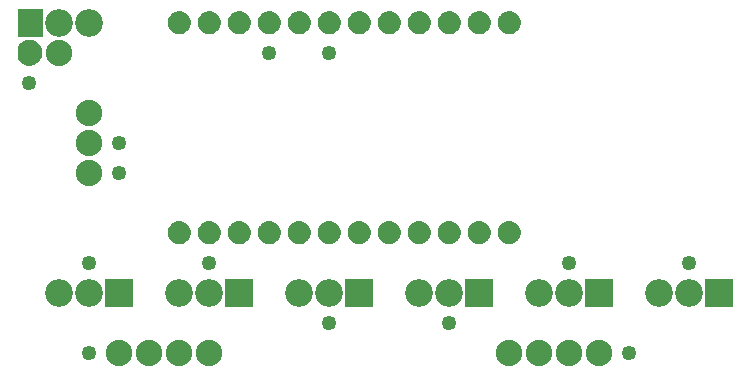
<source format=gbs>
G04 MADE WITH FRITZING*
G04 WWW.FRITZING.ORG*
G04 DOUBLE SIDED*
G04 HOLES PLATED*
G04 CONTOUR ON CENTER OF CONTOUR VECTOR*
%ASAXBY*%
%FSLAX23Y23*%
%MOIN*%
%OFA0B0*%
%SFA1.0B1.0*%
%ADD10C,0.049370*%
%ADD11C,0.092000*%
%ADD12C,0.088000*%
%ADD13C,0.038000*%
%ADD14C,0.042000*%
%ADD15R,0.092000X0.092000*%
%ADD16R,0.001000X0.001000*%
%LNMASK0*%
G90*
G70*
G54D10*
X1838Y360D03*
X2238Y360D03*
X1438Y160D03*
X1038Y160D03*
X638Y360D03*
X238Y360D03*
X238Y60D03*
X2038Y60D03*
G54D11*
X338Y260D03*
X238Y260D03*
X138Y260D03*
X738Y260D03*
X638Y260D03*
X538Y260D03*
X1138Y260D03*
X1038Y260D03*
X938Y260D03*
X2338Y260D03*
X2238Y260D03*
X2138Y260D03*
X1938Y260D03*
X1838Y260D03*
X1738Y260D03*
X1538Y260D03*
X1438Y260D03*
X1338Y260D03*
G54D12*
X238Y860D03*
X238Y760D03*
X238Y660D03*
X338Y60D03*
X438Y60D03*
X538Y60D03*
X638Y60D03*
X1638Y60D03*
X1738Y60D03*
X1838Y60D03*
X1938Y60D03*
G54D13*
X38Y1060D03*
G54D12*
X138Y1060D03*
G54D14*
X38Y1160D03*
G54D11*
X138Y1160D03*
X238Y1160D03*
G54D10*
X38Y960D03*
X338Y660D03*
X1038Y1060D03*
X838Y1060D03*
X338Y760D03*
G54D15*
X338Y260D03*
X738Y260D03*
X1138Y260D03*
X2338Y260D03*
X1938Y260D03*
X1538Y260D03*
G54D16*
X0Y1206D02*
X83Y1206D01*
X0Y1205D02*
X83Y1205D01*
X0Y1204D02*
X83Y1204D01*
X0Y1203D02*
X83Y1203D01*
X0Y1202D02*
X83Y1202D01*
X0Y1201D02*
X83Y1201D01*
X0Y1200D02*
X83Y1200D01*
X0Y1199D02*
X83Y1199D01*
X534Y1199D02*
X541Y1199D01*
X634Y1199D02*
X641Y1199D01*
X734Y1199D02*
X741Y1199D01*
X834Y1199D02*
X841Y1199D01*
X933Y1199D02*
X941Y1199D01*
X1033Y1199D02*
X1041Y1199D01*
X1133Y1199D02*
X1141Y1199D01*
X1233Y1199D02*
X1241Y1199D01*
X1333Y1199D02*
X1341Y1199D01*
X1433Y1199D02*
X1441Y1199D01*
X1533Y1199D02*
X1541Y1199D01*
X1633Y1199D02*
X1641Y1199D01*
X0Y1198D02*
X83Y1198D01*
X529Y1198D02*
X546Y1198D01*
X629Y1198D02*
X646Y1198D01*
X729Y1198D02*
X746Y1198D01*
X829Y1198D02*
X846Y1198D01*
X929Y1198D02*
X946Y1198D01*
X1029Y1198D02*
X1046Y1198D01*
X1129Y1198D02*
X1146Y1198D01*
X1229Y1198D02*
X1246Y1198D01*
X1329Y1198D02*
X1346Y1198D01*
X1429Y1198D02*
X1446Y1198D01*
X1529Y1198D02*
X1546Y1198D01*
X1629Y1198D02*
X1646Y1198D01*
X0Y1197D02*
X83Y1197D01*
X526Y1197D02*
X549Y1197D01*
X626Y1197D02*
X649Y1197D01*
X726Y1197D02*
X749Y1197D01*
X826Y1197D02*
X849Y1197D01*
X926Y1197D02*
X949Y1197D01*
X1026Y1197D02*
X1049Y1197D01*
X1126Y1197D02*
X1149Y1197D01*
X1226Y1197D02*
X1249Y1197D01*
X1326Y1197D02*
X1349Y1197D01*
X1426Y1197D02*
X1449Y1197D01*
X1526Y1197D02*
X1549Y1197D01*
X1626Y1197D02*
X1649Y1197D01*
X0Y1196D02*
X83Y1196D01*
X523Y1196D02*
X552Y1196D01*
X623Y1196D02*
X652Y1196D01*
X723Y1196D02*
X752Y1196D01*
X823Y1196D02*
X852Y1196D01*
X923Y1196D02*
X952Y1196D01*
X1023Y1196D02*
X1052Y1196D01*
X1123Y1196D02*
X1152Y1196D01*
X1223Y1196D02*
X1252Y1196D01*
X1323Y1196D02*
X1352Y1196D01*
X1423Y1196D02*
X1452Y1196D01*
X1523Y1196D02*
X1552Y1196D01*
X1623Y1196D02*
X1652Y1196D01*
X0Y1195D02*
X83Y1195D01*
X521Y1195D02*
X554Y1195D01*
X621Y1195D02*
X654Y1195D01*
X721Y1195D02*
X754Y1195D01*
X821Y1195D02*
X854Y1195D01*
X921Y1195D02*
X954Y1195D01*
X1021Y1195D02*
X1054Y1195D01*
X1121Y1195D02*
X1154Y1195D01*
X1221Y1195D02*
X1254Y1195D01*
X1321Y1195D02*
X1354Y1195D01*
X1421Y1195D02*
X1454Y1195D01*
X1521Y1195D02*
X1554Y1195D01*
X1621Y1195D02*
X1654Y1195D01*
X0Y1194D02*
X83Y1194D01*
X520Y1194D02*
X556Y1194D01*
X620Y1194D02*
X656Y1194D01*
X720Y1194D02*
X756Y1194D01*
X820Y1194D02*
X856Y1194D01*
X920Y1194D02*
X956Y1194D01*
X1020Y1194D02*
X1056Y1194D01*
X1120Y1194D02*
X1155Y1194D01*
X1219Y1194D02*
X1255Y1194D01*
X1319Y1194D02*
X1355Y1194D01*
X1419Y1194D02*
X1455Y1194D01*
X1519Y1194D02*
X1555Y1194D01*
X1619Y1194D02*
X1655Y1194D01*
X0Y1193D02*
X83Y1193D01*
X518Y1193D02*
X557Y1193D01*
X618Y1193D02*
X657Y1193D01*
X718Y1193D02*
X757Y1193D01*
X818Y1193D02*
X857Y1193D01*
X918Y1193D02*
X957Y1193D01*
X1018Y1193D02*
X1057Y1193D01*
X1118Y1193D02*
X1157Y1193D01*
X1218Y1193D02*
X1257Y1193D01*
X1318Y1193D02*
X1357Y1193D01*
X1418Y1193D02*
X1457Y1193D01*
X1518Y1193D02*
X1557Y1193D01*
X1618Y1193D02*
X1657Y1193D01*
X0Y1192D02*
X83Y1192D01*
X517Y1192D02*
X559Y1192D01*
X617Y1192D02*
X659Y1192D01*
X717Y1192D02*
X759Y1192D01*
X817Y1192D02*
X859Y1192D01*
X916Y1192D02*
X959Y1192D01*
X1016Y1192D02*
X1059Y1192D01*
X1116Y1192D02*
X1159Y1192D01*
X1216Y1192D02*
X1259Y1192D01*
X1316Y1192D02*
X1359Y1192D01*
X1416Y1192D02*
X1458Y1192D01*
X1516Y1192D02*
X1558Y1192D01*
X1616Y1192D02*
X1658Y1192D01*
X0Y1191D02*
X83Y1191D01*
X515Y1191D02*
X560Y1191D01*
X615Y1191D02*
X660Y1191D01*
X715Y1191D02*
X760Y1191D01*
X815Y1191D02*
X860Y1191D01*
X915Y1191D02*
X960Y1191D01*
X1015Y1191D02*
X1060Y1191D01*
X1115Y1191D02*
X1160Y1191D01*
X1215Y1191D02*
X1260Y1191D01*
X1315Y1191D02*
X1360Y1191D01*
X1415Y1191D02*
X1460Y1191D01*
X1515Y1191D02*
X1560Y1191D01*
X1615Y1191D02*
X1660Y1191D01*
X0Y1190D02*
X83Y1190D01*
X514Y1190D02*
X561Y1190D01*
X614Y1190D02*
X661Y1190D01*
X714Y1190D02*
X761Y1190D01*
X814Y1190D02*
X861Y1190D01*
X914Y1190D02*
X961Y1190D01*
X1014Y1190D02*
X1061Y1190D01*
X1114Y1190D02*
X1161Y1190D01*
X1214Y1190D02*
X1261Y1190D01*
X1314Y1190D02*
X1361Y1190D01*
X1414Y1190D02*
X1461Y1190D01*
X1514Y1190D02*
X1561Y1190D01*
X1614Y1190D02*
X1661Y1190D01*
X0Y1189D02*
X83Y1189D01*
X513Y1189D02*
X562Y1189D01*
X613Y1189D02*
X662Y1189D01*
X713Y1189D02*
X762Y1189D01*
X813Y1189D02*
X862Y1189D01*
X913Y1189D02*
X962Y1189D01*
X1013Y1189D02*
X1062Y1189D01*
X1113Y1189D02*
X1162Y1189D01*
X1213Y1189D02*
X1262Y1189D01*
X1313Y1189D02*
X1362Y1189D01*
X1413Y1189D02*
X1462Y1189D01*
X1513Y1189D02*
X1562Y1189D01*
X1613Y1189D02*
X1662Y1189D01*
X0Y1188D02*
X83Y1188D01*
X512Y1188D02*
X563Y1188D01*
X612Y1188D02*
X663Y1188D01*
X712Y1188D02*
X763Y1188D01*
X812Y1188D02*
X863Y1188D01*
X912Y1188D02*
X963Y1188D01*
X1012Y1188D02*
X1063Y1188D01*
X1112Y1188D02*
X1163Y1188D01*
X1212Y1188D02*
X1263Y1188D01*
X1312Y1188D02*
X1363Y1188D01*
X1411Y1188D02*
X1463Y1188D01*
X1511Y1188D02*
X1563Y1188D01*
X1611Y1188D02*
X1663Y1188D01*
X0Y1187D02*
X83Y1187D01*
X511Y1187D02*
X564Y1187D01*
X611Y1187D02*
X664Y1187D01*
X711Y1187D02*
X764Y1187D01*
X811Y1187D02*
X864Y1187D01*
X911Y1187D02*
X964Y1187D01*
X1011Y1187D02*
X1064Y1187D01*
X1111Y1187D02*
X1164Y1187D01*
X1211Y1187D02*
X1264Y1187D01*
X1310Y1187D02*
X1364Y1187D01*
X1410Y1187D02*
X1464Y1187D01*
X1510Y1187D02*
X1564Y1187D01*
X1610Y1187D02*
X1664Y1187D01*
X0Y1186D02*
X83Y1186D01*
X510Y1186D02*
X565Y1186D01*
X610Y1186D02*
X665Y1186D01*
X710Y1186D02*
X765Y1186D01*
X810Y1186D02*
X865Y1186D01*
X910Y1186D02*
X965Y1186D01*
X1010Y1186D02*
X1065Y1186D01*
X1110Y1186D02*
X1165Y1186D01*
X1210Y1186D02*
X1265Y1186D01*
X1310Y1186D02*
X1365Y1186D01*
X1410Y1186D02*
X1465Y1186D01*
X1510Y1186D02*
X1565Y1186D01*
X1609Y1186D02*
X1665Y1186D01*
X0Y1185D02*
X83Y1185D01*
X509Y1185D02*
X566Y1185D01*
X609Y1185D02*
X666Y1185D01*
X709Y1185D02*
X766Y1185D01*
X809Y1185D02*
X866Y1185D01*
X909Y1185D02*
X966Y1185D01*
X1009Y1185D02*
X1066Y1185D01*
X1109Y1185D02*
X1166Y1185D01*
X1209Y1185D02*
X1266Y1185D01*
X1309Y1185D02*
X1366Y1185D01*
X1409Y1185D02*
X1466Y1185D01*
X1509Y1185D02*
X1566Y1185D01*
X1609Y1185D02*
X1666Y1185D01*
X0Y1184D02*
X83Y1184D01*
X508Y1184D02*
X567Y1184D01*
X608Y1184D02*
X667Y1184D01*
X708Y1184D02*
X767Y1184D01*
X808Y1184D02*
X867Y1184D01*
X908Y1184D02*
X967Y1184D01*
X1008Y1184D02*
X1067Y1184D01*
X1108Y1184D02*
X1167Y1184D01*
X1208Y1184D02*
X1267Y1184D01*
X1308Y1184D02*
X1367Y1184D01*
X1408Y1184D02*
X1467Y1184D01*
X1508Y1184D02*
X1567Y1184D01*
X1608Y1184D02*
X1667Y1184D01*
X0Y1183D02*
X83Y1183D01*
X507Y1183D02*
X568Y1183D01*
X607Y1183D02*
X668Y1183D01*
X707Y1183D02*
X768Y1183D01*
X807Y1183D02*
X868Y1183D01*
X907Y1183D02*
X968Y1183D01*
X1007Y1183D02*
X1068Y1183D01*
X1107Y1183D02*
X1168Y1183D01*
X1207Y1183D02*
X1268Y1183D01*
X1307Y1183D02*
X1368Y1183D01*
X1407Y1183D02*
X1468Y1183D01*
X1507Y1183D02*
X1568Y1183D01*
X1607Y1183D02*
X1668Y1183D01*
X0Y1182D02*
X83Y1182D01*
X506Y1182D02*
X569Y1182D01*
X606Y1182D02*
X669Y1182D01*
X706Y1182D02*
X769Y1182D01*
X806Y1182D02*
X869Y1182D01*
X906Y1182D02*
X969Y1182D01*
X1006Y1182D02*
X1069Y1182D01*
X1106Y1182D02*
X1169Y1182D01*
X1206Y1182D02*
X1269Y1182D01*
X1306Y1182D02*
X1368Y1182D01*
X1406Y1182D02*
X1468Y1182D01*
X1506Y1182D02*
X1568Y1182D01*
X1606Y1182D02*
X1668Y1182D01*
X0Y1181D02*
X83Y1181D01*
X506Y1181D02*
X569Y1181D01*
X606Y1181D02*
X669Y1181D01*
X706Y1181D02*
X769Y1181D01*
X806Y1181D02*
X869Y1181D01*
X906Y1181D02*
X969Y1181D01*
X1006Y1181D02*
X1069Y1181D01*
X1106Y1181D02*
X1169Y1181D01*
X1206Y1181D02*
X1269Y1181D01*
X1306Y1181D02*
X1369Y1181D01*
X1406Y1181D02*
X1469Y1181D01*
X1505Y1181D02*
X1569Y1181D01*
X1605Y1181D02*
X1669Y1181D01*
X0Y1180D02*
X83Y1180D01*
X505Y1180D02*
X570Y1180D01*
X605Y1180D02*
X670Y1180D01*
X705Y1180D02*
X770Y1180D01*
X805Y1180D02*
X870Y1180D01*
X905Y1180D02*
X970Y1180D01*
X1005Y1180D02*
X1070Y1180D01*
X1105Y1180D02*
X1170Y1180D01*
X1205Y1180D02*
X1270Y1180D01*
X1305Y1180D02*
X1370Y1180D01*
X1405Y1180D02*
X1470Y1180D01*
X1505Y1180D02*
X1570Y1180D01*
X1605Y1180D02*
X1670Y1180D01*
X0Y1179D02*
X83Y1179D01*
X504Y1179D02*
X571Y1179D01*
X604Y1179D02*
X671Y1179D01*
X704Y1179D02*
X771Y1179D01*
X804Y1179D02*
X871Y1179D01*
X904Y1179D02*
X971Y1179D01*
X1004Y1179D02*
X1070Y1179D01*
X1104Y1179D02*
X1170Y1179D01*
X1204Y1179D02*
X1270Y1179D01*
X1304Y1179D02*
X1370Y1179D01*
X1404Y1179D02*
X1470Y1179D01*
X1504Y1179D02*
X1570Y1179D01*
X1604Y1179D02*
X1670Y1179D01*
X0Y1178D02*
X83Y1178D01*
X504Y1178D02*
X571Y1178D01*
X604Y1178D02*
X671Y1178D01*
X704Y1178D02*
X771Y1178D01*
X804Y1178D02*
X871Y1178D01*
X904Y1178D02*
X971Y1178D01*
X1004Y1178D02*
X1071Y1178D01*
X1104Y1178D02*
X1171Y1178D01*
X1204Y1178D02*
X1271Y1178D01*
X1304Y1178D02*
X1371Y1178D01*
X1404Y1178D02*
X1471Y1178D01*
X1504Y1178D02*
X1571Y1178D01*
X1604Y1178D02*
X1671Y1178D01*
X0Y1177D02*
X83Y1177D01*
X503Y1177D02*
X572Y1177D01*
X603Y1177D02*
X672Y1177D01*
X703Y1177D02*
X772Y1177D01*
X803Y1177D02*
X872Y1177D01*
X903Y1177D02*
X972Y1177D01*
X1003Y1177D02*
X1072Y1177D01*
X1103Y1177D02*
X1172Y1177D01*
X1203Y1177D02*
X1272Y1177D01*
X1303Y1177D02*
X1372Y1177D01*
X1403Y1177D02*
X1471Y1177D01*
X1503Y1177D02*
X1571Y1177D01*
X1603Y1177D02*
X1671Y1177D01*
X0Y1176D02*
X83Y1176D01*
X503Y1176D02*
X572Y1176D01*
X603Y1176D02*
X672Y1176D01*
X703Y1176D02*
X772Y1176D01*
X803Y1176D02*
X872Y1176D01*
X903Y1176D02*
X972Y1176D01*
X1003Y1176D02*
X1072Y1176D01*
X1103Y1176D02*
X1172Y1176D01*
X1203Y1176D02*
X1272Y1176D01*
X1303Y1176D02*
X1372Y1176D01*
X1403Y1176D02*
X1472Y1176D01*
X1503Y1176D02*
X1572Y1176D01*
X1603Y1176D02*
X1672Y1176D01*
X0Y1175D02*
X83Y1175D01*
X502Y1175D02*
X573Y1175D01*
X602Y1175D02*
X673Y1175D01*
X702Y1175D02*
X773Y1175D01*
X802Y1175D02*
X873Y1175D01*
X902Y1175D02*
X973Y1175D01*
X1002Y1175D02*
X1073Y1175D01*
X1102Y1175D02*
X1173Y1175D01*
X1202Y1175D02*
X1273Y1175D01*
X1302Y1175D02*
X1372Y1175D01*
X1402Y1175D02*
X1472Y1175D01*
X1502Y1175D02*
X1572Y1175D01*
X1602Y1175D02*
X1672Y1175D01*
X0Y1174D02*
X83Y1174D01*
X502Y1174D02*
X573Y1174D01*
X602Y1174D02*
X673Y1174D01*
X702Y1174D02*
X773Y1174D01*
X802Y1174D02*
X873Y1174D01*
X902Y1174D02*
X973Y1174D01*
X1002Y1174D02*
X1073Y1174D01*
X1102Y1174D02*
X1173Y1174D01*
X1202Y1174D02*
X1273Y1174D01*
X1302Y1174D02*
X1373Y1174D01*
X1402Y1174D02*
X1473Y1174D01*
X1502Y1174D02*
X1573Y1174D01*
X1602Y1174D02*
X1673Y1174D01*
X0Y1173D02*
X83Y1173D01*
X501Y1173D02*
X573Y1173D01*
X601Y1173D02*
X673Y1173D01*
X701Y1173D02*
X773Y1173D01*
X801Y1173D02*
X873Y1173D01*
X901Y1173D02*
X973Y1173D01*
X1001Y1173D02*
X1073Y1173D01*
X1101Y1173D02*
X1173Y1173D01*
X1201Y1173D02*
X1273Y1173D01*
X1301Y1173D02*
X1373Y1173D01*
X1401Y1173D02*
X1473Y1173D01*
X1501Y1173D02*
X1573Y1173D01*
X1601Y1173D02*
X1673Y1173D01*
X0Y1172D02*
X83Y1172D01*
X501Y1172D02*
X574Y1172D01*
X601Y1172D02*
X674Y1172D01*
X701Y1172D02*
X774Y1172D01*
X801Y1172D02*
X874Y1172D01*
X901Y1172D02*
X974Y1172D01*
X1001Y1172D02*
X1074Y1172D01*
X1101Y1172D02*
X1174Y1172D01*
X1201Y1172D02*
X1274Y1172D01*
X1301Y1172D02*
X1374Y1172D01*
X1401Y1172D02*
X1474Y1172D01*
X1501Y1172D02*
X1574Y1172D01*
X1601Y1172D02*
X1674Y1172D01*
X0Y1171D02*
X83Y1171D01*
X501Y1171D02*
X574Y1171D01*
X601Y1171D02*
X674Y1171D01*
X701Y1171D02*
X774Y1171D01*
X801Y1171D02*
X874Y1171D01*
X901Y1171D02*
X974Y1171D01*
X1001Y1171D02*
X1074Y1171D01*
X1101Y1171D02*
X1174Y1171D01*
X1201Y1171D02*
X1274Y1171D01*
X1301Y1171D02*
X1374Y1171D01*
X1400Y1171D02*
X1474Y1171D01*
X1500Y1171D02*
X1574Y1171D01*
X1600Y1171D02*
X1674Y1171D01*
X0Y1170D02*
X83Y1170D01*
X500Y1170D02*
X574Y1170D01*
X600Y1170D02*
X674Y1170D01*
X700Y1170D02*
X774Y1170D01*
X800Y1170D02*
X874Y1170D01*
X900Y1170D02*
X974Y1170D01*
X1000Y1170D02*
X1074Y1170D01*
X1100Y1170D02*
X1174Y1170D01*
X1200Y1170D02*
X1274Y1170D01*
X1300Y1170D02*
X1374Y1170D01*
X1400Y1170D02*
X1474Y1170D01*
X1500Y1170D02*
X1574Y1170D01*
X1600Y1170D02*
X1674Y1170D01*
X0Y1169D02*
X83Y1169D01*
X500Y1169D02*
X575Y1169D01*
X600Y1169D02*
X675Y1169D01*
X700Y1169D02*
X775Y1169D01*
X800Y1169D02*
X875Y1169D01*
X900Y1169D02*
X975Y1169D01*
X1000Y1169D02*
X1075Y1169D01*
X1100Y1169D02*
X1175Y1169D01*
X1200Y1169D02*
X1275Y1169D01*
X1300Y1169D02*
X1375Y1169D01*
X1400Y1169D02*
X1475Y1169D01*
X1500Y1169D02*
X1575Y1169D01*
X1600Y1169D02*
X1674Y1169D01*
X0Y1168D02*
X83Y1168D01*
X500Y1168D02*
X575Y1168D01*
X600Y1168D02*
X675Y1168D01*
X700Y1168D02*
X775Y1168D01*
X800Y1168D02*
X875Y1168D01*
X900Y1168D02*
X975Y1168D01*
X1000Y1168D02*
X1075Y1168D01*
X1100Y1168D02*
X1175Y1168D01*
X1200Y1168D02*
X1275Y1168D01*
X1300Y1168D02*
X1375Y1168D01*
X1400Y1168D02*
X1475Y1168D01*
X1500Y1168D02*
X1575Y1168D01*
X1600Y1168D02*
X1675Y1168D01*
X0Y1167D02*
X83Y1167D01*
X500Y1167D02*
X575Y1167D01*
X600Y1167D02*
X675Y1167D01*
X700Y1167D02*
X775Y1167D01*
X800Y1167D02*
X875Y1167D01*
X900Y1167D02*
X975Y1167D01*
X1000Y1167D02*
X1075Y1167D01*
X1099Y1167D02*
X1175Y1167D01*
X1199Y1167D02*
X1275Y1167D01*
X1299Y1167D02*
X1375Y1167D01*
X1399Y1167D02*
X1475Y1167D01*
X1499Y1167D02*
X1575Y1167D01*
X1599Y1167D02*
X1675Y1167D01*
X0Y1166D02*
X83Y1166D01*
X499Y1166D02*
X575Y1166D01*
X599Y1166D02*
X675Y1166D01*
X699Y1166D02*
X775Y1166D01*
X799Y1166D02*
X875Y1166D01*
X899Y1166D02*
X975Y1166D01*
X999Y1166D02*
X1075Y1166D01*
X1099Y1166D02*
X1175Y1166D01*
X1199Y1166D02*
X1275Y1166D01*
X1299Y1166D02*
X1375Y1166D01*
X1399Y1166D02*
X1475Y1166D01*
X1499Y1166D02*
X1575Y1166D01*
X1599Y1166D02*
X1675Y1166D01*
X0Y1165D02*
X83Y1165D01*
X499Y1165D02*
X576Y1165D01*
X599Y1165D02*
X676Y1165D01*
X699Y1165D02*
X776Y1165D01*
X799Y1165D02*
X875Y1165D01*
X899Y1165D02*
X975Y1165D01*
X999Y1165D02*
X1075Y1165D01*
X1099Y1165D02*
X1175Y1165D01*
X1199Y1165D02*
X1275Y1165D01*
X1299Y1165D02*
X1375Y1165D01*
X1399Y1165D02*
X1475Y1165D01*
X1499Y1165D02*
X1575Y1165D01*
X1599Y1165D02*
X1675Y1165D01*
X0Y1164D02*
X83Y1164D01*
X499Y1164D02*
X576Y1164D01*
X599Y1164D02*
X676Y1164D01*
X699Y1164D02*
X776Y1164D01*
X799Y1164D02*
X876Y1164D01*
X899Y1164D02*
X976Y1164D01*
X999Y1164D02*
X1076Y1164D01*
X1099Y1164D02*
X1176Y1164D01*
X1199Y1164D02*
X1276Y1164D01*
X1299Y1164D02*
X1376Y1164D01*
X1399Y1164D02*
X1475Y1164D01*
X1499Y1164D02*
X1575Y1164D01*
X1599Y1164D02*
X1675Y1164D01*
X0Y1163D02*
X83Y1163D01*
X499Y1163D02*
X576Y1163D01*
X599Y1163D02*
X676Y1163D01*
X699Y1163D02*
X776Y1163D01*
X799Y1163D02*
X876Y1163D01*
X899Y1163D02*
X976Y1163D01*
X999Y1163D02*
X1076Y1163D01*
X1099Y1163D02*
X1176Y1163D01*
X1199Y1163D02*
X1276Y1163D01*
X1299Y1163D02*
X1376Y1163D01*
X1399Y1163D02*
X1476Y1163D01*
X1499Y1163D02*
X1576Y1163D01*
X1599Y1163D02*
X1675Y1163D01*
X0Y1162D02*
X83Y1162D01*
X499Y1162D02*
X576Y1162D01*
X599Y1162D02*
X676Y1162D01*
X699Y1162D02*
X776Y1162D01*
X799Y1162D02*
X876Y1162D01*
X899Y1162D02*
X976Y1162D01*
X999Y1162D02*
X1076Y1162D01*
X1099Y1162D02*
X1176Y1162D01*
X1199Y1162D02*
X1276Y1162D01*
X1299Y1162D02*
X1376Y1162D01*
X1399Y1162D02*
X1476Y1162D01*
X1499Y1162D02*
X1576Y1162D01*
X1599Y1162D02*
X1676Y1162D01*
X0Y1161D02*
X83Y1161D01*
X499Y1161D02*
X576Y1161D01*
X599Y1161D02*
X676Y1161D01*
X699Y1161D02*
X776Y1161D01*
X799Y1161D02*
X876Y1161D01*
X899Y1161D02*
X976Y1161D01*
X999Y1161D02*
X1076Y1161D01*
X1099Y1161D02*
X1176Y1161D01*
X1199Y1161D02*
X1276Y1161D01*
X1299Y1161D02*
X1376Y1161D01*
X1399Y1161D02*
X1476Y1161D01*
X1499Y1161D02*
X1576Y1161D01*
X1599Y1161D02*
X1676Y1161D01*
X0Y1160D02*
X83Y1160D01*
X499Y1160D02*
X576Y1160D01*
X599Y1160D02*
X676Y1160D01*
X699Y1160D02*
X776Y1160D01*
X799Y1160D02*
X876Y1160D01*
X899Y1160D02*
X976Y1160D01*
X999Y1160D02*
X1076Y1160D01*
X1099Y1160D02*
X1176Y1160D01*
X1199Y1160D02*
X1276Y1160D01*
X1299Y1160D02*
X1376Y1160D01*
X1399Y1160D02*
X1476Y1160D01*
X1499Y1160D02*
X1576Y1160D01*
X1599Y1160D02*
X1676Y1160D01*
X0Y1159D02*
X83Y1159D01*
X499Y1159D02*
X576Y1159D01*
X599Y1159D02*
X676Y1159D01*
X699Y1159D02*
X776Y1159D01*
X799Y1159D02*
X876Y1159D01*
X899Y1159D02*
X976Y1159D01*
X999Y1159D02*
X1076Y1159D01*
X1099Y1159D02*
X1176Y1159D01*
X1199Y1159D02*
X1276Y1159D01*
X1299Y1159D02*
X1376Y1159D01*
X1399Y1159D02*
X1476Y1159D01*
X1499Y1159D02*
X1576Y1159D01*
X1599Y1159D02*
X1676Y1159D01*
X0Y1158D02*
X83Y1158D01*
X499Y1158D02*
X576Y1158D01*
X599Y1158D02*
X676Y1158D01*
X699Y1158D02*
X776Y1158D01*
X799Y1158D02*
X876Y1158D01*
X899Y1158D02*
X976Y1158D01*
X999Y1158D02*
X1076Y1158D01*
X1099Y1158D02*
X1176Y1158D01*
X1199Y1158D02*
X1276Y1158D01*
X1299Y1158D02*
X1376Y1158D01*
X1399Y1158D02*
X1476Y1158D01*
X1499Y1158D02*
X1576Y1158D01*
X1599Y1158D02*
X1676Y1158D01*
X0Y1157D02*
X83Y1157D01*
X499Y1157D02*
X576Y1157D01*
X599Y1157D02*
X676Y1157D01*
X699Y1157D02*
X776Y1157D01*
X799Y1157D02*
X876Y1157D01*
X899Y1157D02*
X976Y1157D01*
X999Y1157D02*
X1076Y1157D01*
X1099Y1157D02*
X1176Y1157D01*
X1199Y1157D02*
X1276Y1157D01*
X1299Y1157D02*
X1376Y1157D01*
X1399Y1157D02*
X1475Y1157D01*
X1499Y1157D02*
X1575Y1157D01*
X1599Y1157D02*
X1675Y1157D01*
X0Y1156D02*
X83Y1156D01*
X499Y1156D02*
X576Y1156D01*
X599Y1156D02*
X676Y1156D01*
X699Y1156D02*
X776Y1156D01*
X799Y1156D02*
X875Y1156D01*
X899Y1156D02*
X975Y1156D01*
X999Y1156D02*
X1075Y1156D01*
X1099Y1156D02*
X1175Y1156D01*
X1199Y1156D02*
X1275Y1156D01*
X1299Y1156D02*
X1375Y1156D01*
X1399Y1156D02*
X1475Y1156D01*
X1499Y1156D02*
X1575Y1156D01*
X1599Y1156D02*
X1675Y1156D01*
X0Y1155D02*
X83Y1155D01*
X499Y1155D02*
X575Y1155D01*
X599Y1155D02*
X675Y1155D01*
X699Y1155D02*
X775Y1155D01*
X799Y1155D02*
X875Y1155D01*
X899Y1155D02*
X975Y1155D01*
X999Y1155D02*
X1075Y1155D01*
X1099Y1155D02*
X1175Y1155D01*
X1199Y1155D02*
X1275Y1155D01*
X1299Y1155D02*
X1375Y1155D01*
X1399Y1155D02*
X1475Y1155D01*
X1499Y1155D02*
X1575Y1155D01*
X1599Y1155D02*
X1675Y1155D01*
X0Y1154D02*
X83Y1154D01*
X500Y1154D02*
X575Y1154D01*
X600Y1154D02*
X675Y1154D01*
X700Y1154D02*
X775Y1154D01*
X800Y1154D02*
X875Y1154D01*
X900Y1154D02*
X975Y1154D01*
X1000Y1154D02*
X1075Y1154D01*
X1099Y1154D02*
X1175Y1154D01*
X1199Y1154D02*
X1275Y1154D01*
X1299Y1154D02*
X1375Y1154D01*
X1399Y1154D02*
X1475Y1154D01*
X1499Y1154D02*
X1575Y1154D01*
X1599Y1154D02*
X1675Y1154D01*
X0Y1153D02*
X83Y1153D01*
X500Y1153D02*
X575Y1153D01*
X600Y1153D02*
X675Y1153D01*
X700Y1153D02*
X775Y1153D01*
X800Y1153D02*
X875Y1153D01*
X900Y1153D02*
X975Y1153D01*
X1000Y1153D02*
X1075Y1153D01*
X1100Y1153D02*
X1175Y1153D01*
X1200Y1153D02*
X1275Y1153D01*
X1300Y1153D02*
X1375Y1153D01*
X1400Y1153D02*
X1475Y1153D01*
X1500Y1153D02*
X1575Y1153D01*
X1600Y1153D02*
X1675Y1153D01*
X0Y1152D02*
X83Y1152D01*
X500Y1152D02*
X575Y1152D01*
X600Y1152D02*
X675Y1152D01*
X700Y1152D02*
X775Y1152D01*
X800Y1152D02*
X875Y1152D01*
X900Y1152D02*
X975Y1152D01*
X1000Y1152D02*
X1075Y1152D01*
X1100Y1152D02*
X1175Y1152D01*
X1200Y1152D02*
X1275Y1152D01*
X1300Y1152D02*
X1375Y1152D01*
X1400Y1152D02*
X1475Y1152D01*
X1500Y1152D02*
X1575Y1152D01*
X1600Y1152D02*
X1674Y1152D01*
X0Y1151D02*
X83Y1151D01*
X500Y1151D02*
X574Y1151D01*
X600Y1151D02*
X674Y1151D01*
X700Y1151D02*
X774Y1151D01*
X800Y1151D02*
X874Y1151D01*
X900Y1151D02*
X974Y1151D01*
X1000Y1151D02*
X1074Y1151D01*
X1100Y1151D02*
X1174Y1151D01*
X1200Y1151D02*
X1274Y1151D01*
X1300Y1151D02*
X1374Y1151D01*
X1400Y1151D02*
X1474Y1151D01*
X1500Y1151D02*
X1574Y1151D01*
X1600Y1151D02*
X1674Y1151D01*
X0Y1150D02*
X83Y1150D01*
X501Y1150D02*
X574Y1150D01*
X601Y1150D02*
X674Y1150D01*
X701Y1150D02*
X774Y1150D01*
X801Y1150D02*
X874Y1150D01*
X901Y1150D02*
X974Y1150D01*
X1001Y1150D02*
X1074Y1150D01*
X1101Y1150D02*
X1174Y1150D01*
X1201Y1150D02*
X1274Y1150D01*
X1301Y1150D02*
X1374Y1150D01*
X1401Y1150D02*
X1474Y1150D01*
X1500Y1150D02*
X1574Y1150D01*
X1600Y1150D02*
X1674Y1150D01*
X0Y1149D02*
X83Y1149D01*
X501Y1149D02*
X574Y1149D01*
X601Y1149D02*
X674Y1149D01*
X701Y1149D02*
X774Y1149D01*
X801Y1149D02*
X874Y1149D01*
X901Y1149D02*
X974Y1149D01*
X1001Y1149D02*
X1074Y1149D01*
X1101Y1149D02*
X1174Y1149D01*
X1201Y1149D02*
X1274Y1149D01*
X1301Y1149D02*
X1374Y1149D01*
X1401Y1149D02*
X1474Y1149D01*
X1501Y1149D02*
X1574Y1149D01*
X1601Y1149D02*
X1674Y1149D01*
X0Y1148D02*
X83Y1148D01*
X502Y1148D02*
X573Y1148D01*
X601Y1148D02*
X673Y1148D01*
X701Y1148D02*
X773Y1148D01*
X801Y1148D02*
X873Y1148D01*
X901Y1148D02*
X973Y1148D01*
X1001Y1148D02*
X1073Y1148D01*
X1101Y1148D02*
X1173Y1148D01*
X1201Y1148D02*
X1273Y1148D01*
X1301Y1148D02*
X1373Y1148D01*
X1401Y1148D02*
X1473Y1148D01*
X1501Y1148D02*
X1573Y1148D01*
X1601Y1148D02*
X1673Y1148D01*
X0Y1147D02*
X83Y1147D01*
X502Y1147D02*
X573Y1147D01*
X602Y1147D02*
X673Y1147D01*
X702Y1147D02*
X773Y1147D01*
X802Y1147D02*
X873Y1147D01*
X902Y1147D02*
X973Y1147D01*
X1002Y1147D02*
X1073Y1147D01*
X1102Y1147D02*
X1173Y1147D01*
X1202Y1147D02*
X1273Y1147D01*
X1302Y1147D02*
X1373Y1147D01*
X1402Y1147D02*
X1473Y1147D01*
X1502Y1147D02*
X1573Y1147D01*
X1602Y1147D02*
X1673Y1147D01*
X0Y1146D02*
X83Y1146D01*
X502Y1146D02*
X573Y1146D01*
X602Y1146D02*
X673Y1146D01*
X702Y1146D02*
X773Y1146D01*
X802Y1146D02*
X873Y1146D01*
X902Y1146D02*
X973Y1146D01*
X1002Y1146D02*
X1072Y1146D01*
X1102Y1146D02*
X1172Y1146D01*
X1202Y1146D02*
X1272Y1146D01*
X1302Y1146D02*
X1372Y1146D01*
X1402Y1146D02*
X1472Y1146D01*
X1502Y1146D02*
X1572Y1146D01*
X1602Y1146D02*
X1672Y1146D01*
X0Y1145D02*
X83Y1145D01*
X503Y1145D02*
X572Y1145D01*
X603Y1145D02*
X672Y1145D01*
X703Y1145D02*
X772Y1145D01*
X803Y1145D02*
X872Y1145D01*
X903Y1145D02*
X972Y1145D01*
X1003Y1145D02*
X1072Y1145D01*
X1103Y1145D02*
X1172Y1145D01*
X1203Y1145D02*
X1272Y1145D01*
X1303Y1145D02*
X1372Y1145D01*
X1403Y1145D02*
X1472Y1145D01*
X1503Y1145D02*
X1572Y1145D01*
X1603Y1145D02*
X1672Y1145D01*
X0Y1144D02*
X83Y1144D01*
X503Y1144D02*
X572Y1144D01*
X603Y1144D02*
X672Y1144D01*
X703Y1144D02*
X772Y1144D01*
X803Y1144D02*
X872Y1144D01*
X903Y1144D02*
X972Y1144D01*
X1003Y1144D02*
X1071Y1144D01*
X1103Y1144D02*
X1171Y1144D01*
X1203Y1144D02*
X1271Y1144D01*
X1303Y1144D02*
X1371Y1144D01*
X1403Y1144D02*
X1471Y1144D01*
X1503Y1144D02*
X1571Y1144D01*
X1603Y1144D02*
X1671Y1144D01*
X0Y1143D02*
X83Y1143D01*
X504Y1143D02*
X571Y1143D01*
X604Y1143D02*
X671Y1143D01*
X704Y1143D02*
X771Y1143D01*
X804Y1143D02*
X871Y1143D01*
X904Y1143D02*
X971Y1143D01*
X1004Y1143D02*
X1071Y1143D01*
X1104Y1143D02*
X1171Y1143D01*
X1204Y1143D02*
X1271Y1143D01*
X1304Y1143D02*
X1371Y1143D01*
X1404Y1143D02*
X1471Y1143D01*
X1504Y1143D02*
X1571Y1143D01*
X1604Y1143D02*
X1671Y1143D01*
X0Y1142D02*
X83Y1142D01*
X505Y1142D02*
X570Y1142D01*
X605Y1142D02*
X670Y1142D01*
X704Y1142D02*
X770Y1142D01*
X804Y1142D02*
X870Y1142D01*
X904Y1142D02*
X970Y1142D01*
X1004Y1142D02*
X1070Y1142D01*
X1104Y1142D02*
X1170Y1142D01*
X1204Y1142D02*
X1270Y1142D01*
X1304Y1142D02*
X1370Y1142D01*
X1404Y1142D02*
X1470Y1142D01*
X1504Y1142D02*
X1570Y1142D01*
X1604Y1142D02*
X1670Y1142D01*
X0Y1141D02*
X83Y1141D01*
X505Y1141D02*
X570Y1141D01*
X605Y1141D02*
X670Y1141D01*
X705Y1141D02*
X770Y1141D01*
X805Y1141D02*
X870Y1141D01*
X905Y1141D02*
X970Y1141D01*
X1005Y1141D02*
X1070Y1141D01*
X1105Y1141D02*
X1170Y1141D01*
X1205Y1141D02*
X1270Y1141D01*
X1305Y1141D02*
X1370Y1141D01*
X1405Y1141D02*
X1470Y1141D01*
X1505Y1141D02*
X1570Y1141D01*
X1605Y1141D02*
X1670Y1141D01*
X0Y1140D02*
X83Y1140D01*
X506Y1140D02*
X569Y1140D01*
X606Y1140D02*
X669Y1140D01*
X706Y1140D02*
X769Y1140D01*
X806Y1140D02*
X869Y1140D01*
X906Y1140D02*
X969Y1140D01*
X1006Y1140D02*
X1069Y1140D01*
X1106Y1140D02*
X1169Y1140D01*
X1206Y1140D02*
X1269Y1140D01*
X1306Y1140D02*
X1369Y1140D01*
X1406Y1140D02*
X1469Y1140D01*
X1506Y1140D02*
X1569Y1140D01*
X1606Y1140D02*
X1669Y1140D01*
X0Y1139D02*
X83Y1139D01*
X507Y1139D02*
X569Y1139D01*
X607Y1139D02*
X669Y1139D01*
X706Y1139D02*
X769Y1139D01*
X806Y1139D02*
X868Y1139D01*
X906Y1139D02*
X968Y1139D01*
X1006Y1139D02*
X1068Y1139D01*
X1106Y1139D02*
X1168Y1139D01*
X1206Y1139D02*
X1268Y1139D01*
X1306Y1139D02*
X1368Y1139D01*
X1406Y1139D02*
X1468Y1139D01*
X1506Y1139D02*
X1568Y1139D01*
X1606Y1139D02*
X1668Y1139D01*
X0Y1138D02*
X83Y1138D01*
X507Y1138D02*
X568Y1138D01*
X607Y1138D02*
X668Y1138D01*
X707Y1138D02*
X768Y1138D01*
X807Y1138D02*
X868Y1138D01*
X907Y1138D02*
X968Y1138D01*
X1007Y1138D02*
X1068Y1138D01*
X1107Y1138D02*
X1168Y1138D01*
X1207Y1138D02*
X1268Y1138D01*
X1307Y1138D02*
X1368Y1138D01*
X1407Y1138D02*
X1468Y1138D01*
X1507Y1138D02*
X1568Y1138D01*
X1607Y1138D02*
X1668Y1138D01*
X0Y1137D02*
X83Y1137D01*
X508Y1137D02*
X567Y1137D01*
X608Y1137D02*
X667Y1137D01*
X708Y1137D02*
X767Y1137D01*
X808Y1137D02*
X867Y1137D01*
X908Y1137D02*
X967Y1137D01*
X1008Y1137D02*
X1067Y1137D01*
X1108Y1137D02*
X1167Y1137D01*
X1208Y1137D02*
X1267Y1137D01*
X1308Y1137D02*
X1367Y1137D01*
X1408Y1137D02*
X1467Y1137D01*
X1508Y1137D02*
X1567Y1137D01*
X1608Y1137D02*
X1667Y1137D01*
X0Y1136D02*
X83Y1136D01*
X509Y1136D02*
X566Y1136D01*
X609Y1136D02*
X666Y1136D01*
X709Y1136D02*
X766Y1136D01*
X809Y1136D02*
X866Y1136D01*
X909Y1136D02*
X966Y1136D01*
X1009Y1136D02*
X1066Y1136D01*
X1109Y1136D02*
X1166Y1136D01*
X1209Y1136D02*
X1266Y1136D01*
X1309Y1136D02*
X1366Y1136D01*
X1409Y1136D02*
X1466Y1136D01*
X1509Y1136D02*
X1566Y1136D01*
X1609Y1136D02*
X1666Y1136D01*
X0Y1135D02*
X83Y1135D01*
X510Y1135D02*
X565Y1135D01*
X610Y1135D02*
X665Y1135D01*
X710Y1135D02*
X765Y1135D01*
X810Y1135D02*
X865Y1135D01*
X910Y1135D02*
X965Y1135D01*
X1010Y1135D02*
X1065Y1135D01*
X1110Y1135D02*
X1165Y1135D01*
X1210Y1135D02*
X1265Y1135D01*
X1310Y1135D02*
X1365Y1135D01*
X1410Y1135D02*
X1465Y1135D01*
X1510Y1135D02*
X1565Y1135D01*
X1610Y1135D02*
X1665Y1135D01*
X0Y1134D02*
X83Y1134D01*
X511Y1134D02*
X564Y1134D01*
X611Y1134D02*
X664Y1134D01*
X711Y1134D02*
X764Y1134D01*
X811Y1134D02*
X864Y1134D01*
X911Y1134D02*
X964Y1134D01*
X1011Y1134D02*
X1064Y1134D01*
X1111Y1134D02*
X1164Y1134D01*
X1211Y1134D02*
X1264Y1134D01*
X1311Y1134D02*
X1364Y1134D01*
X1411Y1134D02*
X1464Y1134D01*
X1511Y1134D02*
X1564Y1134D01*
X1611Y1134D02*
X1664Y1134D01*
X0Y1133D02*
X83Y1133D01*
X512Y1133D02*
X563Y1133D01*
X612Y1133D02*
X663Y1133D01*
X712Y1133D02*
X763Y1133D01*
X812Y1133D02*
X863Y1133D01*
X912Y1133D02*
X963Y1133D01*
X1012Y1133D02*
X1063Y1133D01*
X1112Y1133D02*
X1163Y1133D01*
X1212Y1133D02*
X1263Y1133D01*
X1312Y1133D02*
X1363Y1133D01*
X1412Y1133D02*
X1463Y1133D01*
X1512Y1133D02*
X1563Y1133D01*
X1612Y1133D02*
X1663Y1133D01*
X0Y1132D02*
X83Y1132D01*
X513Y1132D02*
X562Y1132D01*
X613Y1132D02*
X662Y1132D01*
X713Y1132D02*
X762Y1132D01*
X813Y1132D02*
X862Y1132D01*
X913Y1132D02*
X962Y1132D01*
X1013Y1132D02*
X1062Y1132D01*
X1113Y1132D02*
X1162Y1132D01*
X1213Y1132D02*
X1262Y1132D01*
X1313Y1132D02*
X1362Y1132D01*
X1413Y1132D02*
X1462Y1132D01*
X1513Y1132D02*
X1562Y1132D01*
X1613Y1132D02*
X1662Y1132D01*
X0Y1131D02*
X83Y1131D01*
X514Y1131D02*
X561Y1131D01*
X614Y1131D02*
X661Y1131D01*
X714Y1131D02*
X761Y1131D01*
X814Y1131D02*
X861Y1131D01*
X914Y1131D02*
X961Y1131D01*
X1014Y1131D02*
X1061Y1131D01*
X1114Y1131D02*
X1161Y1131D01*
X1214Y1131D02*
X1261Y1131D01*
X1314Y1131D02*
X1361Y1131D01*
X1414Y1131D02*
X1461Y1131D01*
X1514Y1131D02*
X1561Y1131D01*
X1614Y1131D02*
X1661Y1131D01*
X0Y1130D02*
X83Y1130D01*
X515Y1130D02*
X560Y1130D01*
X615Y1130D02*
X660Y1130D01*
X715Y1130D02*
X760Y1130D01*
X815Y1130D02*
X860Y1130D01*
X915Y1130D02*
X960Y1130D01*
X1015Y1130D02*
X1060Y1130D01*
X1115Y1130D02*
X1160Y1130D01*
X1215Y1130D02*
X1260Y1130D01*
X1315Y1130D02*
X1360Y1130D01*
X1415Y1130D02*
X1460Y1130D01*
X1515Y1130D02*
X1560Y1130D01*
X1615Y1130D02*
X1660Y1130D01*
X0Y1129D02*
X83Y1129D01*
X517Y1129D02*
X559Y1129D01*
X617Y1129D02*
X659Y1129D01*
X716Y1129D02*
X759Y1129D01*
X816Y1129D02*
X859Y1129D01*
X916Y1129D02*
X959Y1129D01*
X1016Y1129D02*
X1059Y1129D01*
X1116Y1129D02*
X1159Y1129D01*
X1216Y1129D02*
X1259Y1129D01*
X1316Y1129D02*
X1359Y1129D01*
X1416Y1129D02*
X1459Y1129D01*
X1516Y1129D02*
X1559Y1129D01*
X1616Y1129D02*
X1658Y1129D01*
X0Y1128D02*
X83Y1128D01*
X518Y1128D02*
X557Y1128D01*
X618Y1128D02*
X657Y1128D01*
X718Y1128D02*
X757Y1128D01*
X818Y1128D02*
X857Y1128D01*
X918Y1128D02*
X957Y1128D01*
X1018Y1128D02*
X1057Y1128D01*
X1118Y1128D02*
X1157Y1128D01*
X1218Y1128D02*
X1257Y1128D01*
X1318Y1128D02*
X1357Y1128D01*
X1418Y1128D02*
X1457Y1128D01*
X1518Y1128D02*
X1557Y1128D01*
X1618Y1128D02*
X1657Y1128D01*
X0Y1127D02*
X83Y1127D01*
X520Y1127D02*
X556Y1127D01*
X619Y1127D02*
X656Y1127D01*
X719Y1127D02*
X756Y1127D01*
X819Y1127D02*
X856Y1127D01*
X919Y1127D02*
X956Y1127D01*
X1019Y1127D02*
X1056Y1127D01*
X1119Y1127D02*
X1156Y1127D01*
X1219Y1127D02*
X1256Y1127D01*
X1319Y1127D02*
X1356Y1127D01*
X1419Y1127D02*
X1456Y1127D01*
X1519Y1127D02*
X1556Y1127D01*
X1619Y1127D02*
X1656Y1127D01*
X0Y1126D02*
X83Y1126D01*
X521Y1126D02*
X554Y1126D01*
X621Y1126D02*
X654Y1126D01*
X721Y1126D02*
X754Y1126D01*
X821Y1126D02*
X854Y1126D01*
X921Y1126D02*
X954Y1126D01*
X1021Y1126D02*
X1054Y1126D01*
X1121Y1126D02*
X1154Y1126D01*
X1221Y1126D02*
X1254Y1126D01*
X1321Y1126D02*
X1354Y1126D01*
X1421Y1126D02*
X1454Y1126D01*
X1521Y1126D02*
X1554Y1126D01*
X1621Y1126D02*
X1654Y1126D01*
X0Y1125D02*
X83Y1125D01*
X523Y1125D02*
X552Y1125D01*
X623Y1125D02*
X652Y1125D01*
X723Y1125D02*
X752Y1125D01*
X823Y1125D02*
X852Y1125D01*
X923Y1125D02*
X952Y1125D01*
X1023Y1125D02*
X1052Y1125D01*
X1123Y1125D02*
X1152Y1125D01*
X1223Y1125D02*
X1252Y1125D01*
X1323Y1125D02*
X1352Y1125D01*
X1423Y1125D02*
X1452Y1125D01*
X1523Y1125D02*
X1552Y1125D01*
X1623Y1125D02*
X1652Y1125D01*
X0Y1124D02*
X83Y1124D01*
X525Y1124D02*
X550Y1124D01*
X625Y1124D02*
X650Y1124D01*
X725Y1124D02*
X750Y1124D01*
X825Y1124D02*
X850Y1124D01*
X925Y1124D02*
X950Y1124D01*
X1025Y1124D02*
X1050Y1124D01*
X1125Y1124D02*
X1150Y1124D01*
X1225Y1124D02*
X1250Y1124D01*
X1325Y1124D02*
X1350Y1124D01*
X1425Y1124D02*
X1450Y1124D01*
X1525Y1124D02*
X1550Y1124D01*
X1625Y1124D02*
X1650Y1124D01*
X0Y1123D02*
X83Y1123D01*
X528Y1123D02*
X547Y1123D01*
X628Y1123D02*
X647Y1123D01*
X728Y1123D02*
X747Y1123D01*
X828Y1123D02*
X847Y1123D01*
X928Y1123D02*
X947Y1123D01*
X1028Y1123D02*
X1047Y1123D01*
X1128Y1123D02*
X1147Y1123D01*
X1228Y1123D02*
X1247Y1123D01*
X1328Y1123D02*
X1347Y1123D01*
X1428Y1123D02*
X1447Y1123D01*
X1528Y1123D02*
X1547Y1123D01*
X1628Y1123D02*
X1647Y1123D01*
X0Y1122D02*
X83Y1122D01*
X532Y1122D02*
X543Y1122D01*
X632Y1122D02*
X643Y1122D01*
X732Y1122D02*
X743Y1122D01*
X832Y1122D02*
X843Y1122D01*
X932Y1122D02*
X943Y1122D01*
X1032Y1122D02*
X1043Y1122D01*
X1132Y1122D02*
X1143Y1122D01*
X1232Y1122D02*
X1243Y1122D01*
X1332Y1122D02*
X1343Y1122D01*
X1432Y1122D02*
X1443Y1122D01*
X1532Y1122D02*
X1543Y1122D01*
X1632Y1122D02*
X1643Y1122D01*
X0Y1121D02*
X83Y1121D01*
X0Y1120D02*
X83Y1120D01*
X0Y1119D02*
X83Y1119D01*
X0Y1118D02*
X83Y1118D01*
X0Y1117D02*
X83Y1117D01*
X0Y1116D02*
X83Y1116D01*
X0Y1115D02*
X83Y1115D01*
X33Y1104D02*
X42Y1104D01*
X28Y1103D02*
X47Y1103D01*
X25Y1102D02*
X50Y1102D01*
X23Y1101D02*
X52Y1101D01*
X21Y1100D02*
X54Y1100D01*
X19Y1099D02*
X56Y1099D01*
X17Y1098D02*
X58Y1098D01*
X15Y1097D02*
X60Y1097D01*
X14Y1096D02*
X61Y1096D01*
X13Y1095D02*
X62Y1095D01*
X11Y1094D02*
X64Y1094D01*
X10Y1093D02*
X65Y1093D01*
X9Y1092D02*
X66Y1092D01*
X8Y1091D02*
X67Y1091D01*
X7Y1090D02*
X68Y1090D01*
X6Y1089D02*
X69Y1089D01*
X5Y1088D02*
X70Y1088D01*
X4Y1087D02*
X71Y1087D01*
X4Y1086D02*
X71Y1086D01*
X3Y1085D02*
X72Y1085D01*
X2Y1084D02*
X73Y1084D01*
X1Y1083D02*
X74Y1083D01*
X1Y1082D02*
X74Y1082D01*
X0Y1081D02*
X75Y1081D01*
X0Y1080D02*
X76Y1080D01*
X0Y1079D02*
X76Y1079D01*
X0Y1078D02*
X77Y1078D01*
X0Y1077D02*
X77Y1077D01*
X0Y1076D02*
X78Y1076D01*
X0Y1075D02*
X78Y1075D01*
X0Y1074D02*
X78Y1074D01*
X0Y1073D02*
X79Y1073D01*
X0Y1072D02*
X79Y1072D01*
X0Y1071D02*
X79Y1071D01*
X0Y1070D02*
X80Y1070D01*
X0Y1069D02*
X80Y1069D01*
X0Y1068D02*
X80Y1068D01*
X0Y1067D02*
X80Y1067D01*
X0Y1066D02*
X81Y1066D01*
X0Y1065D02*
X81Y1065D01*
X0Y1064D02*
X81Y1064D01*
X0Y1063D02*
X81Y1063D01*
X0Y1062D02*
X81Y1062D01*
X0Y1061D02*
X81Y1061D01*
X0Y1060D02*
X81Y1060D01*
X0Y1059D02*
X81Y1059D01*
X0Y1058D02*
X81Y1058D01*
X0Y1057D02*
X81Y1057D01*
X0Y1056D02*
X81Y1056D01*
X0Y1055D02*
X81Y1055D01*
X0Y1054D02*
X80Y1054D01*
X0Y1053D02*
X80Y1053D01*
X0Y1052D02*
X80Y1052D01*
X0Y1051D02*
X80Y1051D01*
X0Y1050D02*
X79Y1050D01*
X0Y1049D02*
X79Y1049D01*
X0Y1048D02*
X79Y1048D01*
X0Y1047D02*
X78Y1047D01*
X0Y1046D02*
X78Y1046D01*
X0Y1045D02*
X78Y1045D01*
X0Y1044D02*
X77Y1044D01*
X0Y1043D02*
X77Y1043D01*
X0Y1042D02*
X76Y1042D01*
X0Y1041D02*
X76Y1041D01*
X0Y1040D02*
X75Y1040D01*
X1Y1039D02*
X74Y1039D01*
X1Y1038D02*
X74Y1038D01*
X2Y1037D02*
X73Y1037D01*
X3Y1036D02*
X72Y1036D01*
X3Y1035D02*
X72Y1035D01*
X4Y1034D02*
X71Y1034D01*
X5Y1033D02*
X70Y1033D01*
X6Y1032D02*
X69Y1032D01*
X7Y1031D02*
X68Y1031D01*
X8Y1030D02*
X67Y1030D01*
X9Y1029D02*
X66Y1029D01*
X10Y1028D02*
X65Y1028D01*
X11Y1027D02*
X64Y1027D01*
X12Y1026D02*
X63Y1026D01*
X14Y1025D02*
X61Y1025D01*
X15Y1024D02*
X60Y1024D01*
X17Y1023D02*
X58Y1023D01*
X18Y1022D02*
X57Y1022D01*
X20Y1021D02*
X55Y1021D01*
X22Y1020D02*
X53Y1020D01*
X25Y1019D02*
X50Y1019D01*
X28Y1018D02*
X47Y1018D01*
X32Y1017D02*
X43Y1017D01*
X532Y499D02*
X543Y499D01*
X632Y499D02*
X643Y499D01*
X732Y499D02*
X743Y499D01*
X832Y499D02*
X843Y499D01*
X932Y499D02*
X943Y499D01*
X1032Y499D02*
X1043Y499D01*
X1132Y499D02*
X1143Y499D01*
X1232Y499D02*
X1243Y499D01*
X1332Y499D02*
X1343Y499D01*
X1432Y499D02*
X1443Y499D01*
X1532Y499D02*
X1543Y499D01*
X1632Y499D02*
X1643Y499D01*
X528Y498D02*
X547Y498D01*
X628Y498D02*
X647Y498D01*
X728Y498D02*
X747Y498D01*
X828Y498D02*
X847Y498D01*
X928Y498D02*
X947Y498D01*
X1028Y498D02*
X1047Y498D01*
X1128Y498D02*
X1147Y498D01*
X1228Y498D02*
X1247Y498D01*
X1328Y498D02*
X1347Y498D01*
X1428Y498D02*
X1447Y498D01*
X1528Y498D02*
X1547Y498D01*
X1628Y498D02*
X1647Y498D01*
X525Y497D02*
X550Y497D01*
X625Y497D02*
X650Y497D01*
X725Y497D02*
X750Y497D01*
X825Y497D02*
X850Y497D01*
X925Y497D02*
X950Y497D01*
X1025Y497D02*
X1050Y497D01*
X1125Y497D02*
X1150Y497D01*
X1225Y497D02*
X1250Y497D01*
X1325Y497D02*
X1350Y497D01*
X1425Y497D02*
X1450Y497D01*
X1525Y497D02*
X1550Y497D01*
X1625Y497D02*
X1650Y497D01*
X523Y496D02*
X552Y496D01*
X623Y496D02*
X652Y496D01*
X723Y496D02*
X752Y496D01*
X823Y496D02*
X852Y496D01*
X923Y496D02*
X952Y496D01*
X1023Y496D02*
X1052Y496D01*
X1123Y496D02*
X1152Y496D01*
X1223Y496D02*
X1252Y496D01*
X1323Y496D02*
X1352Y496D01*
X1423Y496D02*
X1452Y496D01*
X1523Y496D02*
X1552Y496D01*
X1623Y496D02*
X1652Y496D01*
X521Y495D02*
X554Y495D01*
X621Y495D02*
X654Y495D01*
X721Y495D02*
X754Y495D01*
X821Y495D02*
X854Y495D01*
X921Y495D02*
X954Y495D01*
X1021Y495D02*
X1054Y495D01*
X1121Y495D02*
X1154Y495D01*
X1221Y495D02*
X1254Y495D01*
X1321Y495D02*
X1354Y495D01*
X1421Y495D02*
X1454Y495D01*
X1521Y495D02*
X1554Y495D01*
X1621Y495D02*
X1654Y495D01*
X519Y494D02*
X556Y494D01*
X619Y494D02*
X656Y494D01*
X719Y494D02*
X756Y494D01*
X819Y494D02*
X856Y494D01*
X919Y494D02*
X956Y494D01*
X1019Y494D02*
X1056Y494D01*
X1119Y494D02*
X1156Y494D01*
X1219Y494D02*
X1256Y494D01*
X1319Y494D02*
X1356Y494D01*
X1419Y494D02*
X1456Y494D01*
X1519Y494D02*
X1556Y494D01*
X1619Y494D02*
X1656Y494D01*
X518Y493D02*
X558Y493D01*
X618Y493D02*
X658Y493D01*
X718Y493D02*
X758Y493D01*
X818Y493D02*
X858Y493D01*
X918Y493D02*
X958Y493D01*
X1018Y493D02*
X1058Y493D01*
X1117Y493D02*
X1158Y493D01*
X1217Y493D02*
X1257Y493D01*
X1317Y493D02*
X1357Y493D01*
X1417Y493D02*
X1457Y493D01*
X1517Y493D02*
X1557Y493D01*
X1617Y493D02*
X1657Y493D01*
X516Y492D02*
X559Y492D01*
X616Y492D02*
X659Y492D01*
X716Y492D02*
X759Y492D01*
X816Y492D02*
X859Y492D01*
X916Y492D02*
X959Y492D01*
X1016Y492D02*
X1059Y492D01*
X1116Y492D02*
X1159Y492D01*
X1216Y492D02*
X1259Y492D01*
X1316Y492D02*
X1359Y492D01*
X1416Y492D02*
X1459Y492D01*
X1516Y492D02*
X1559Y492D01*
X1616Y492D02*
X1659Y492D01*
X515Y491D02*
X560Y491D01*
X615Y491D02*
X660Y491D01*
X715Y491D02*
X760Y491D01*
X815Y491D02*
X860Y491D01*
X915Y491D02*
X960Y491D01*
X1015Y491D02*
X1060Y491D01*
X1115Y491D02*
X1160Y491D01*
X1215Y491D02*
X1260Y491D01*
X1315Y491D02*
X1360Y491D01*
X1415Y491D02*
X1460Y491D01*
X1515Y491D02*
X1560Y491D01*
X1615Y491D02*
X1660Y491D01*
X514Y490D02*
X562Y490D01*
X614Y490D02*
X662Y490D01*
X714Y490D02*
X762Y490D01*
X814Y490D02*
X862Y490D01*
X914Y490D02*
X962Y490D01*
X1014Y490D02*
X1061Y490D01*
X1114Y490D02*
X1161Y490D01*
X1213Y490D02*
X1261Y490D01*
X1313Y490D02*
X1361Y490D01*
X1413Y490D02*
X1461Y490D01*
X1513Y490D02*
X1561Y490D01*
X1613Y490D02*
X1661Y490D01*
X513Y489D02*
X563Y489D01*
X613Y489D02*
X663Y489D01*
X712Y489D02*
X763Y489D01*
X812Y489D02*
X863Y489D01*
X912Y489D02*
X963Y489D01*
X1012Y489D02*
X1063Y489D01*
X1112Y489D02*
X1163Y489D01*
X1212Y489D02*
X1263Y489D01*
X1312Y489D02*
X1363Y489D01*
X1412Y489D02*
X1462Y489D01*
X1512Y489D02*
X1562Y489D01*
X1612Y489D02*
X1662Y489D01*
X511Y488D02*
X564Y488D01*
X611Y488D02*
X664Y488D01*
X711Y488D02*
X764Y488D01*
X811Y488D02*
X864Y488D01*
X911Y488D02*
X964Y488D01*
X1011Y488D02*
X1064Y488D01*
X1111Y488D02*
X1164Y488D01*
X1211Y488D02*
X1264Y488D01*
X1311Y488D02*
X1364Y488D01*
X1411Y488D02*
X1464Y488D01*
X1511Y488D02*
X1564Y488D01*
X1611Y488D02*
X1664Y488D01*
X510Y487D02*
X565Y487D01*
X610Y487D02*
X665Y487D01*
X710Y487D02*
X765Y487D01*
X810Y487D02*
X865Y487D01*
X910Y487D02*
X965Y487D01*
X1010Y487D02*
X1065Y487D01*
X1110Y487D02*
X1165Y487D01*
X1210Y487D02*
X1265Y487D01*
X1310Y487D02*
X1365Y487D01*
X1410Y487D02*
X1465Y487D01*
X1510Y487D02*
X1565Y487D01*
X1610Y487D02*
X1664Y487D01*
X509Y486D02*
X566Y486D01*
X609Y486D02*
X666Y486D01*
X709Y486D02*
X766Y486D01*
X809Y486D02*
X866Y486D01*
X909Y486D02*
X966Y486D01*
X1009Y486D02*
X1066Y486D01*
X1109Y486D02*
X1166Y486D01*
X1209Y486D02*
X1265Y486D01*
X1309Y486D02*
X1365Y486D01*
X1409Y486D02*
X1465Y486D01*
X1509Y486D02*
X1565Y486D01*
X1609Y486D02*
X1665Y486D01*
X509Y485D02*
X567Y485D01*
X609Y485D02*
X667Y485D01*
X709Y485D02*
X767Y485D01*
X809Y485D02*
X866Y485D01*
X908Y485D02*
X966Y485D01*
X1008Y485D02*
X1066Y485D01*
X1108Y485D02*
X1166Y485D01*
X1208Y485D02*
X1266Y485D01*
X1308Y485D02*
X1366Y485D01*
X1408Y485D02*
X1466Y485D01*
X1508Y485D02*
X1566Y485D01*
X1608Y485D02*
X1666Y485D01*
X508Y484D02*
X567Y484D01*
X608Y484D02*
X667Y484D01*
X708Y484D02*
X767Y484D01*
X808Y484D02*
X867Y484D01*
X908Y484D02*
X967Y484D01*
X1008Y484D02*
X1067Y484D01*
X1108Y484D02*
X1167Y484D01*
X1208Y484D02*
X1267Y484D01*
X1308Y484D02*
X1367Y484D01*
X1408Y484D02*
X1467Y484D01*
X1508Y484D02*
X1567Y484D01*
X1608Y484D02*
X1667Y484D01*
X507Y483D02*
X568Y483D01*
X607Y483D02*
X668Y483D01*
X707Y483D02*
X768Y483D01*
X807Y483D02*
X868Y483D01*
X907Y483D02*
X968Y483D01*
X1007Y483D02*
X1068Y483D01*
X1107Y483D02*
X1168Y483D01*
X1207Y483D02*
X1268Y483D01*
X1307Y483D02*
X1368Y483D01*
X1407Y483D02*
X1468Y483D01*
X1507Y483D02*
X1568Y483D01*
X1607Y483D02*
X1668Y483D01*
X506Y482D02*
X569Y482D01*
X606Y482D02*
X669Y482D01*
X706Y482D02*
X769Y482D01*
X806Y482D02*
X869Y482D01*
X906Y482D02*
X969Y482D01*
X1006Y482D02*
X1069Y482D01*
X1106Y482D02*
X1169Y482D01*
X1206Y482D02*
X1269Y482D01*
X1306Y482D02*
X1369Y482D01*
X1406Y482D02*
X1469Y482D01*
X1506Y482D02*
X1569Y482D01*
X1606Y482D02*
X1669Y482D01*
X506Y481D02*
X570Y481D01*
X606Y481D02*
X669Y481D01*
X705Y481D02*
X769Y481D01*
X805Y481D02*
X869Y481D01*
X905Y481D02*
X969Y481D01*
X1005Y481D02*
X1069Y481D01*
X1105Y481D02*
X1169Y481D01*
X1205Y481D02*
X1269Y481D01*
X1305Y481D02*
X1369Y481D01*
X1405Y481D02*
X1469Y481D01*
X1505Y481D02*
X1569Y481D01*
X1605Y481D02*
X1669Y481D01*
X505Y480D02*
X570Y480D01*
X605Y480D02*
X670Y480D01*
X705Y480D02*
X770Y480D01*
X805Y480D02*
X870Y480D01*
X905Y480D02*
X970Y480D01*
X1005Y480D02*
X1070Y480D01*
X1105Y480D02*
X1170Y480D01*
X1205Y480D02*
X1270Y480D01*
X1305Y480D02*
X1370Y480D01*
X1405Y480D02*
X1470Y480D01*
X1505Y480D02*
X1570Y480D01*
X1605Y480D02*
X1670Y480D01*
X504Y479D02*
X571Y479D01*
X604Y479D02*
X671Y479D01*
X704Y479D02*
X771Y479D01*
X804Y479D02*
X871Y479D01*
X904Y479D02*
X971Y479D01*
X1004Y479D02*
X1071Y479D01*
X1104Y479D02*
X1171Y479D01*
X1204Y479D02*
X1271Y479D01*
X1304Y479D02*
X1371Y479D01*
X1404Y479D02*
X1471Y479D01*
X1504Y479D02*
X1571Y479D01*
X1604Y479D02*
X1671Y479D01*
X504Y478D02*
X571Y478D01*
X604Y478D02*
X671Y478D01*
X704Y478D02*
X771Y478D01*
X804Y478D02*
X871Y478D01*
X904Y478D02*
X971Y478D01*
X1004Y478D02*
X1071Y478D01*
X1104Y478D02*
X1171Y478D01*
X1204Y478D02*
X1271Y478D01*
X1303Y478D02*
X1371Y478D01*
X1403Y478D02*
X1471Y478D01*
X1503Y478D02*
X1571Y478D01*
X1603Y478D02*
X1671Y478D01*
X503Y477D02*
X572Y477D01*
X603Y477D02*
X672Y477D01*
X703Y477D02*
X772Y477D01*
X803Y477D02*
X872Y477D01*
X903Y477D02*
X972Y477D01*
X1003Y477D02*
X1072Y477D01*
X1103Y477D02*
X1172Y477D01*
X1203Y477D02*
X1272Y477D01*
X1303Y477D02*
X1372Y477D01*
X1403Y477D02*
X1472Y477D01*
X1503Y477D02*
X1572Y477D01*
X1603Y477D02*
X1672Y477D01*
X503Y476D02*
X572Y476D01*
X603Y476D02*
X672Y476D01*
X703Y476D02*
X772Y476D01*
X803Y476D02*
X872Y476D01*
X903Y476D02*
X972Y476D01*
X1003Y476D02*
X1072Y476D01*
X1102Y476D02*
X1172Y476D01*
X1202Y476D02*
X1272Y476D01*
X1302Y476D02*
X1372Y476D01*
X1402Y476D02*
X1472Y476D01*
X1502Y476D02*
X1572Y476D01*
X1602Y476D02*
X1672Y476D01*
X502Y475D02*
X573Y475D01*
X602Y475D02*
X673Y475D01*
X702Y475D02*
X773Y475D01*
X802Y475D02*
X873Y475D01*
X902Y475D02*
X973Y475D01*
X1002Y475D02*
X1073Y475D01*
X1102Y475D02*
X1173Y475D01*
X1202Y475D02*
X1273Y475D01*
X1302Y475D02*
X1373Y475D01*
X1402Y475D02*
X1473Y475D01*
X1502Y475D02*
X1573Y475D01*
X1602Y475D02*
X1673Y475D01*
X502Y474D02*
X573Y474D01*
X602Y474D02*
X673Y474D01*
X702Y474D02*
X773Y474D01*
X802Y474D02*
X873Y474D01*
X902Y474D02*
X973Y474D01*
X1002Y474D02*
X1073Y474D01*
X1102Y474D02*
X1173Y474D01*
X1202Y474D02*
X1273Y474D01*
X1302Y474D02*
X1373Y474D01*
X1402Y474D02*
X1473Y474D01*
X1502Y474D02*
X1573Y474D01*
X1601Y474D02*
X1673Y474D01*
X501Y473D02*
X574Y473D01*
X601Y473D02*
X674Y473D01*
X701Y473D02*
X774Y473D01*
X801Y473D02*
X874Y473D01*
X901Y473D02*
X973Y473D01*
X1001Y473D02*
X1073Y473D01*
X1101Y473D02*
X1173Y473D01*
X1201Y473D02*
X1273Y473D01*
X1301Y473D02*
X1373Y473D01*
X1401Y473D02*
X1473Y473D01*
X1501Y473D02*
X1573Y473D01*
X1601Y473D02*
X1673Y473D01*
X501Y472D02*
X574Y472D01*
X601Y472D02*
X674Y472D01*
X701Y472D02*
X774Y472D01*
X801Y472D02*
X874Y472D01*
X901Y472D02*
X974Y472D01*
X1001Y472D02*
X1074Y472D01*
X1101Y472D02*
X1174Y472D01*
X1201Y472D02*
X1274Y472D01*
X1301Y472D02*
X1374Y472D01*
X1401Y472D02*
X1474Y472D01*
X1501Y472D02*
X1574Y472D01*
X1601Y472D02*
X1674Y472D01*
X501Y471D02*
X574Y471D01*
X601Y471D02*
X674Y471D01*
X701Y471D02*
X774Y471D01*
X801Y471D02*
X874Y471D01*
X901Y471D02*
X974Y471D01*
X1000Y471D02*
X1074Y471D01*
X1100Y471D02*
X1174Y471D01*
X1200Y471D02*
X1274Y471D01*
X1300Y471D02*
X1374Y471D01*
X1400Y471D02*
X1474Y471D01*
X1500Y471D02*
X1574Y471D01*
X1600Y471D02*
X1674Y471D01*
X500Y470D02*
X575Y470D01*
X600Y470D02*
X675Y470D01*
X700Y470D02*
X774Y470D01*
X800Y470D02*
X874Y470D01*
X900Y470D02*
X974Y470D01*
X1000Y470D02*
X1074Y470D01*
X1100Y470D02*
X1174Y470D01*
X1200Y470D02*
X1274Y470D01*
X1300Y470D02*
X1374Y470D01*
X1400Y470D02*
X1474Y470D01*
X1500Y470D02*
X1574Y470D01*
X1600Y470D02*
X1674Y470D01*
X500Y469D02*
X575Y469D01*
X600Y469D02*
X675Y469D01*
X700Y469D02*
X775Y469D01*
X800Y469D02*
X875Y469D01*
X900Y469D02*
X975Y469D01*
X1000Y469D02*
X1075Y469D01*
X1100Y469D02*
X1175Y469D01*
X1200Y469D02*
X1275Y469D01*
X1300Y469D02*
X1375Y469D01*
X1400Y469D02*
X1475Y469D01*
X1500Y469D02*
X1575Y469D01*
X1600Y469D02*
X1675Y469D01*
X500Y468D02*
X575Y468D01*
X600Y468D02*
X675Y468D01*
X700Y468D02*
X775Y468D01*
X800Y468D02*
X875Y468D01*
X900Y468D02*
X975Y468D01*
X1000Y468D02*
X1075Y468D01*
X1100Y468D02*
X1175Y468D01*
X1200Y468D02*
X1275Y468D01*
X1300Y468D02*
X1375Y468D01*
X1400Y468D02*
X1475Y468D01*
X1500Y468D02*
X1575Y468D01*
X1600Y468D02*
X1675Y468D01*
X500Y467D02*
X575Y467D01*
X600Y467D02*
X675Y467D01*
X700Y467D02*
X775Y467D01*
X800Y467D02*
X875Y467D01*
X899Y467D02*
X975Y467D01*
X999Y467D02*
X1075Y467D01*
X1099Y467D02*
X1175Y467D01*
X1199Y467D02*
X1275Y467D01*
X1299Y467D02*
X1375Y467D01*
X1399Y467D02*
X1475Y467D01*
X1499Y467D02*
X1575Y467D01*
X1599Y467D02*
X1675Y467D01*
X499Y466D02*
X575Y466D01*
X599Y466D02*
X675Y466D01*
X699Y466D02*
X775Y466D01*
X799Y466D02*
X875Y466D01*
X899Y466D02*
X975Y466D01*
X999Y466D02*
X1075Y466D01*
X1099Y466D02*
X1175Y466D01*
X1199Y466D02*
X1275Y466D01*
X1299Y466D02*
X1375Y466D01*
X1399Y466D02*
X1475Y466D01*
X1499Y466D02*
X1575Y466D01*
X1599Y466D02*
X1675Y466D01*
X499Y465D02*
X576Y465D01*
X599Y465D02*
X676Y465D01*
X699Y465D02*
X776Y465D01*
X799Y465D02*
X876Y465D01*
X899Y465D02*
X975Y465D01*
X999Y465D02*
X1075Y465D01*
X1099Y465D02*
X1175Y465D01*
X1199Y465D02*
X1275Y465D01*
X1299Y465D02*
X1375Y465D01*
X1399Y465D02*
X1475Y465D01*
X1499Y465D02*
X1575Y465D01*
X1599Y465D02*
X1675Y465D01*
X499Y464D02*
X576Y464D01*
X599Y464D02*
X676Y464D01*
X699Y464D02*
X776Y464D01*
X799Y464D02*
X876Y464D01*
X899Y464D02*
X976Y464D01*
X999Y464D02*
X1076Y464D01*
X1099Y464D02*
X1176Y464D01*
X1199Y464D02*
X1276Y464D01*
X1299Y464D02*
X1376Y464D01*
X1399Y464D02*
X1476Y464D01*
X1499Y464D02*
X1575Y464D01*
X1599Y464D02*
X1675Y464D01*
X499Y463D02*
X576Y463D01*
X599Y463D02*
X676Y463D01*
X699Y463D02*
X776Y463D01*
X799Y463D02*
X876Y463D01*
X899Y463D02*
X976Y463D01*
X999Y463D02*
X1076Y463D01*
X1099Y463D02*
X1176Y463D01*
X1199Y463D02*
X1276Y463D01*
X1299Y463D02*
X1376Y463D01*
X1399Y463D02*
X1476Y463D01*
X1499Y463D02*
X1576Y463D01*
X1599Y463D02*
X1676Y463D01*
X499Y462D02*
X576Y462D01*
X599Y462D02*
X676Y462D01*
X699Y462D02*
X776Y462D01*
X799Y462D02*
X876Y462D01*
X899Y462D02*
X976Y462D01*
X999Y462D02*
X1076Y462D01*
X1099Y462D02*
X1176Y462D01*
X1199Y462D02*
X1276Y462D01*
X1299Y462D02*
X1376Y462D01*
X1399Y462D02*
X1476Y462D01*
X1499Y462D02*
X1576Y462D01*
X1599Y462D02*
X1676Y462D01*
X499Y461D02*
X576Y461D01*
X599Y461D02*
X676Y461D01*
X699Y461D02*
X776Y461D01*
X799Y461D02*
X876Y461D01*
X899Y461D02*
X976Y461D01*
X999Y461D02*
X1076Y461D01*
X1099Y461D02*
X1176Y461D01*
X1199Y461D02*
X1276Y461D01*
X1299Y461D02*
X1376Y461D01*
X1399Y461D02*
X1476Y461D01*
X1499Y461D02*
X1576Y461D01*
X1599Y461D02*
X1676Y461D01*
X499Y460D02*
X576Y460D01*
X599Y460D02*
X676Y460D01*
X699Y460D02*
X776Y460D01*
X799Y460D02*
X876Y460D01*
X899Y460D02*
X976Y460D01*
X999Y460D02*
X1076Y460D01*
X1099Y460D02*
X1176Y460D01*
X1199Y460D02*
X1276Y460D01*
X1299Y460D02*
X1376Y460D01*
X1399Y460D02*
X1476Y460D01*
X1499Y460D02*
X1576Y460D01*
X1599Y460D02*
X1676Y460D01*
X499Y459D02*
X576Y459D01*
X599Y459D02*
X676Y459D01*
X699Y459D02*
X776Y459D01*
X799Y459D02*
X876Y459D01*
X899Y459D02*
X976Y459D01*
X999Y459D02*
X1076Y459D01*
X1099Y459D02*
X1176Y459D01*
X1199Y459D02*
X1276Y459D01*
X1299Y459D02*
X1376Y459D01*
X1399Y459D02*
X1476Y459D01*
X1499Y459D02*
X1576Y459D01*
X1599Y459D02*
X1676Y459D01*
X499Y458D02*
X576Y458D01*
X599Y458D02*
X676Y458D01*
X699Y458D02*
X776Y458D01*
X799Y458D02*
X876Y458D01*
X899Y458D02*
X976Y458D01*
X999Y458D02*
X1076Y458D01*
X1099Y458D02*
X1176Y458D01*
X1199Y458D02*
X1276Y458D01*
X1299Y458D02*
X1376Y458D01*
X1399Y458D02*
X1476Y458D01*
X1499Y458D02*
X1576Y458D01*
X1599Y458D02*
X1675Y458D01*
X499Y457D02*
X576Y457D01*
X599Y457D02*
X676Y457D01*
X699Y457D02*
X776Y457D01*
X799Y457D02*
X876Y457D01*
X899Y457D02*
X976Y457D01*
X999Y457D02*
X1076Y457D01*
X1099Y457D02*
X1176Y457D01*
X1199Y457D02*
X1276Y457D01*
X1299Y457D02*
X1375Y457D01*
X1399Y457D02*
X1475Y457D01*
X1499Y457D02*
X1575Y457D01*
X1599Y457D02*
X1675Y457D01*
X499Y456D02*
X576Y456D01*
X599Y456D02*
X675Y456D01*
X699Y456D02*
X775Y456D01*
X799Y456D02*
X875Y456D01*
X899Y456D02*
X975Y456D01*
X999Y456D02*
X1075Y456D01*
X1099Y456D02*
X1175Y456D01*
X1199Y456D02*
X1275Y456D01*
X1299Y456D02*
X1375Y456D01*
X1399Y456D02*
X1475Y456D01*
X1499Y456D02*
X1575Y456D01*
X1599Y456D02*
X1675Y456D01*
X500Y455D02*
X575Y455D01*
X599Y455D02*
X675Y455D01*
X699Y455D02*
X775Y455D01*
X799Y455D02*
X875Y455D01*
X899Y455D02*
X975Y455D01*
X999Y455D02*
X1075Y455D01*
X1099Y455D02*
X1175Y455D01*
X1199Y455D02*
X1275Y455D01*
X1299Y455D02*
X1375Y455D01*
X1399Y455D02*
X1475Y455D01*
X1499Y455D02*
X1575Y455D01*
X1599Y455D02*
X1675Y455D01*
X500Y454D02*
X575Y454D01*
X600Y454D02*
X675Y454D01*
X700Y454D02*
X775Y454D01*
X800Y454D02*
X875Y454D01*
X900Y454D02*
X975Y454D01*
X1000Y454D02*
X1075Y454D01*
X1100Y454D02*
X1175Y454D01*
X1200Y454D02*
X1275Y454D01*
X1299Y454D02*
X1375Y454D01*
X1399Y454D02*
X1475Y454D01*
X1499Y454D02*
X1575Y454D01*
X1599Y454D02*
X1675Y454D01*
X500Y453D02*
X575Y453D01*
X600Y453D02*
X675Y453D01*
X700Y453D02*
X775Y453D01*
X800Y453D02*
X875Y453D01*
X900Y453D02*
X975Y453D01*
X1000Y453D02*
X1075Y453D01*
X1100Y453D02*
X1175Y453D01*
X1200Y453D02*
X1275Y453D01*
X1300Y453D02*
X1375Y453D01*
X1400Y453D02*
X1475Y453D01*
X1500Y453D02*
X1575Y453D01*
X1600Y453D02*
X1675Y453D01*
X500Y452D02*
X575Y452D01*
X600Y452D02*
X675Y452D01*
X700Y452D02*
X775Y452D01*
X800Y452D02*
X875Y452D01*
X900Y452D02*
X975Y452D01*
X1000Y452D02*
X1075Y452D01*
X1100Y452D02*
X1175Y452D01*
X1200Y452D02*
X1274Y452D01*
X1300Y452D02*
X1374Y452D01*
X1400Y452D02*
X1474Y452D01*
X1500Y452D02*
X1574Y452D01*
X1600Y452D02*
X1674Y452D01*
X501Y451D02*
X574Y451D01*
X600Y451D02*
X674Y451D01*
X700Y451D02*
X774Y451D01*
X800Y451D02*
X874Y451D01*
X900Y451D02*
X974Y451D01*
X1000Y451D02*
X1074Y451D01*
X1100Y451D02*
X1174Y451D01*
X1200Y451D02*
X1274Y451D01*
X1300Y451D02*
X1374Y451D01*
X1400Y451D02*
X1474Y451D01*
X1500Y451D02*
X1574Y451D01*
X1600Y451D02*
X1674Y451D01*
X501Y450D02*
X574Y450D01*
X601Y450D02*
X674Y450D01*
X701Y450D02*
X774Y450D01*
X801Y450D02*
X874Y450D01*
X901Y450D02*
X974Y450D01*
X1001Y450D02*
X1074Y450D01*
X1101Y450D02*
X1174Y450D01*
X1201Y450D02*
X1274Y450D01*
X1301Y450D02*
X1374Y450D01*
X1401Y450D02*
X1474Y450D01*
X1501Y450D02*
X1574Y450D01*
X1601Y450D02*
X1674Y450D01*
X501Y449D02*
X574Y449D01*
X601Y449D02*
X674Y449D01*
X701Y449D02*
X774Y449D01*
X801Y449D02*
X874Y449D01*
X901Y449D02*
X974Y449D01*
X1001Y449D02*
X1074Y449D01*
X1101Y449D02*
X1174Y449D01*
X1201Y449D02*
X1274Y449D01*
X1301Y449D02*
X1374Y449D01*
X1401Y449D02*
X1474Y449D01*
X1501Y449D02*
X1573Y449D01*
X1601Y449D02*
X1673Y449D01*
X502Y448D02*
X573Y448D01*
X602Y448D02*
X673Y448D01*
X702Y448D02*
X773Y448D01*
X802Y448D02*
X873Y448D01*
X902Y448D02*
X973Y448D01*
X1001Y448D02*
X1073Y448D01*
X1101Y448D02*
X1173Y448D01*
X1201Y448D02*
X1273Y448D01*
X1301Y448D02*
X1373Y448D01*
X1401Y448D02*
X1473Y448D01*
X1501Y448D02*
X1573Y448D01*
X1601Y448D02*
X1673Y448D01*
X502Y447D02*
X573Y447D01*
X602Y447D02*
X673Y447D01*
X702Y447D02*
X773Y447D01*
X802Y447D02*
X873Y447D01*
X902Y447D02*
X973Y447D01*
X1002Y447D02*
X1073Y447D01*
X1102Y447D02*
X1173Y447D01*
X1202Y447D02*
X1273Y447D01*
X1302Y447D02*
X1373Y447D01*
X1402Y447D02*
X1473Y447D01*
X1502Y447D02*
X1573Y447D01*
X1602Y447D02*
X1673Y447D01*
X502Y446D02*
X572Y446D01*
X602Y446D02*
X672Y446D01*
X702Y446D02*
X772Y446D01*
X802Y446D02*
X872Y446D01*
X902Y446D02*
X972Y446D01*
X1002Y446D02*
X1072Y446D01*
X1102Y446D02*
X1172Y446D01*
X1202Y446D02*
X1272Y446D01*
X1302Y446D02*
X1372Y446D01*
X1402Y446D02*
X1472Y446D01*
X1502Y446D02*
X1572Y446D01*
X1602Y446D02*
X1672Y446D01*
X503Y445D02*
X572Y445D01*
X603Y445D02*
X672Y445D01*
X703Y445D02*
X772Y445D01*
X803Y445D02*
X872Y445D01*
X903Y445D02*
X972Y445D01*
X1003Y445D02*
X1072Y445D01*
X1103Y445D02*
X1172Y445D01*
X1203Y445D02*
X1272Y445D01*
X1303Y445D02*
X1372Y445D01*
X1403Y445D02*
X1472Y445D01*
X1503Y445D02*
X1572Y445D01*
X1603Y445D02*
X1672Y445D01*
X504Y444D02*
X571Y444D01*
X604Y444D02*
X671Y444D01*
X703Y444D02*
X771Y444D01*
X803Y444D02*
X871Y444D01*
X903Y444D02*
X971Y444D01*
X1003Y444D02*
X1071Y444D01*
X1103Y444D02*
X1171Y444D01*
X1203Y444D02*
X1271Y444D01*
X1303Y444D02*
X1371Y444D01*
X1403Y444D02*
X1471Y444D01*
X1503Y444D02*
X1571Y444D01*
X1603Y444D02*
X1671Y444D01*
X504Y443D02*
X571Y443D01*
X604Y443D02*
X671Y443D01*
X704Y443D02*
X771Y443D01*
X804Y443D02*
X871Y443D01*
X904Y443D02*
X971Y443D01*
X1004Y443D02*
X1071Y443D01*
X1104Y443D02*
X1171Y443D01*
X1204Y443D02*
X1271Y443D01*
X1304Y443D02*
X1371Y443D01*
X1404Y443D02*
X1471Y443D01*
X1504Y443D02*
X1571Y443D01*
X1604Y443D02*
X1671Y443D01*
X505Y442D02*
X570Y442D01*
X605Y442D02*
X670Y442D01*
X705Y442D02*
X770Y442D01*
X805Y442D02*
X870Y442D01*
X905Y442D02*
X970Y442D01*
X1005Y442D02*
X1070Y442D01*
X1105Y442D02*
X1170Y442D01*
X1205Y442D02*
X1270Y442D01*
X1305Y442D02*
X1370Y442D01*
X1404Y442D02*
X1470Y442D01*
X1504Y442D02*
X1570Y442D01*
X1604Y442D02*
X1670Y442D01*
X505Y441D02*
X570Y441D01*
X605Y441D02*
X670Y441D01*
X705Y441D02*
X770Y441D01*
X805Y441D02*
X870Y441D01*
X905Y441D02*
X970Y441D01*
X1005Y441D02*
X1070Y441D01*
X1105Y441D02*
X1170Y441D01*
X1205Y441D02*
X1270Y441D01*
X1305Y441D02*
X1370Y441D01*
X1405Y441D02*
X1469Y441D01*
X1505Y441D02*
X1569Y441D01*
X1605Y441D02*
X1669Y441D01*
X506Y440D02*
X569Y440D01*
X606Y440D02*
X669Y440D01*
X706Y440D02*
X769Y440D01*
X806Y440D02*
X869Y440D01*
X906Y440D02*
X969Y440D01*
X1006Y440D02*
X1069Y440D01*
X1106Y440D02*
X1169Y440D01*
X1206Y440D02*
X1269Y440D01*
X1306Y440D02*
X1369Y440D01*
X1406Y440D02*
X1469Y440D01*
X1506Y440D02*
X1569Y440D01*
X1606Y440D02*
X1669Y440D01*
X507Y439D02*
X568Y439D01*
X607Y439D02*
X668Y439D01*
X707Y439D02*
X768Y439D01*
X807Y439D02*
X868Y439D01*
X907Y439D02*
X968Y439D01*
X1007Y439D02*
X1068Y439D01*
X1107Y439D02*
X1168Y439D01*
X1207Y439D02*
X1268Y439D01*
X1307Y439D02*
X1368Y439D01*
X1407Y439D02*
X1468Y439D01*
X1506Y439D02*
X1568Y439D01*
X1606Y439D02*
X1668Y439D01*
X508Y438D02*
X568Y438D01*
X607Y438D02*
X668Y438D01*
X707Y438D02*
X768Y438D01*
X807Y438D02*
X868Y438D01*
X907Y438D02*
X967Y438D01*
X1007Y438D02*
X1067Y438D01*
X1107Y438D02*
X1167Y438D01*
X1207Y438D02*
X1267Y438D01*
X1307Y438D02*
X1367Y438D01*
X1407Y438D02*
X1467Y438D01*
X1507Y438D02*
X1567Y438D01*
X1607Y438D02*
X1667Y438D01*
X508Y437D02*
X567Y437D01*
X608Y437D02*
X667Y437D01*
X708Y437D02*
X767Y437D01*
X808Y437D02*
X867Y437D01*
X908Y437D02*
X967Y437D01*
X1008Y437D02*
X1067Y437D01*
X1108Y437D02*
X1167Y437D01*
X1208Y437D02*
X1267Y437D01*
X1308Y437D02*
X1367Y437D01*
X1408Y437D02*
X1467Y437D01*
X1508Y437D02*
X1567Y437D01*
X1608Y437D02*
X1667Y437D01*
X509Y436D02*
X566Y436D01*
X609Y436D02*
X666Y436D01*
X709Y436D02*
X766Y436D01*
X809Y436D02*
X866Y436D01*
X909Y436D02*
X966Y436D01*
X1009Y436D02*
X1066Y436D01*
X1109Y436D02*
X1166Y436D01*
X1209Y436D02*
X1266Y436D01*
X1309Y436D02*
X1366Y436D01*
X1409Y436D02*
X1466Y436D01*
X1509Y436D02*
X1566Y436D01*
X1609Y436D02*
X1666Y436D01*
X510Y435D02*
X565Y435D01*
X610Y435D02*
X665Y435D01*
X710Y435D02*
X765Y435D01*
X810Y435D02*
X865Y435D01*
X910Y435D02*
X965Y435D01*
X1010Y435D02*
X1065Y435D01*
X1110Y435D02*
X1165Y435D01*
X1210Y435D02*
X1265Y435D01*
X1310Y435D02*
X1365Y435D01*
X1410Y435D02*
X1465Y435D01*
X1510Y435D02*
X1565Y435D01*
X1610Y435D02*
X1665Y435D01*
X511Y434D02*
X564Y434D01*
X611Y434D02*
X664Y434D01*
X711Y434D02*
X764Y434D01*
X811Y434D02*
X864Y434D01*
X911Y434D02*
X964Y434D01*
X1011Y434D02*
X1064Y434D01*
X1111Y434D02*
X1164Y434D01*
X1211Y434D02*
X1264Y434D01*
X1311Y434D02*
X1364Y434D01*
X1411Y434D02*
X1464Y434D01*
X1511Y434D02*
X1564Y434D01*
X1611Y434D02*
X1664Y434D01*
X512Y433D02*
X563Y433D01*
X612Y433D02*
X663Y433D01*
X712Y433D02*
X763Y433D01*
X812Y433D02*
X863Y433D01*
X912Y433D02*
X963Y433D01*
X1012Y433D02*
X1063Y433D01*
X1112Y433D02*
X1163Y433D01*
X1212Y433D02*
X1263Y433D01*
X1312Y433D02*
X1363Y433D01*
X1412Y433D02*
X1463Y433D01*
X1512Y433D02*
X1563Y433D01*
X1612Y433D02*
X1663Y433D01*
X513Y432D02*
X562Y432D01*
X613Y432D02*
X662Y432D01*
X713Y432D02*
X762Y432D01*
X813Y432D02*
X862Y432D01*
X913Y432D02*
X962Y432D01*
X1013Y432D02*
X1062Y432D01*
X1113Y432D02*
X1162Y432D01*
X1213Y432D02*
X1262Y432D01*
X1313Y432D02*
X1362Y432D01*
X1413Y432D02*
X1462Y432D01*
X1513Y432D02*
X1562Y432D01*
X1613Y432D02*
X1662Y432D01*
X514Y431D02*
X561Y431D01*
X614Y431D02*
X661Y431D01*
X714Y431D02*
X761Y431D01*
X814Y431D02*
X861Y431D01*
X914Y431D02*
X961Y431D01*
X1014Y431D02*
X1061Y431D01*
X1114Y431D02*
X1161Y431D01*
X1214Y431D02*
X1261Y431D01*
X1314Y431D02*
X1361Y431D01*
X1414Y431D02*
X1461Y431D01*
X1514Y431D02*
X1561Y431D01*
X1614Y431D02*
X1661Y431D01*
X516Y430D02*
X560Y430D01*
X616Y430D02*
X660Y430D01*
X716Y430D02*
X760Y430D01*
X816Y430D02*
X860Y430D01*
X915Y430D02*
X960Y430D01*
X1015Y430D02*
X1060Y430D01*
X1115Y430D02*
X1160Y430D01*
X1215Y430D02*
X1260Y430D01*
X1315Y430D02*
X1359Y430D01*
X1415Y430D02*
X1459Y430D01*
X1515Y430D02*
X1559Y430D01*
X1615Y430D02*
X1659Y430D01*
X517Y429D02*
X558Y429D01*
X617Y429D02*
X658Y429D01*
X717Y429D02*
X758Y429D01*
X817Y429D02*
X858Y429D01*
X917Y429D02*
X958Y429D01*
X1017Y429D02*
X1058Y429D01*
X1117Y429D02*
X1158Y429D01*
X1217Y429D02*
X1258Y429D01*
X1317Y429D02*
X1358Y429D01*
X1417Y429D02*
X1458Y429D01*
X1517Y429D02*
X1558Y429D01*
X1617Y429D02*
X1658Y429D01*
X518Y428D02*
X557Y428D01*
X618Y428D02*
X657Y428D01*
X718Y428D02*
X757Y428D01*
X818Y428D02*
X857Y428D01*
X918Y428D02*
X957Y428D01*
X1018Y428D02*
X1057Y428D01*
X1118Y428D02*
X1157Y428D01*
X1218Y428D02*
X1257Y428D01*
X1318Y428D02*
X1357Y428D01*
X1418Y428D02*
X1457Y428D01*
X1518Y428D02*
X1557Y428D01*
X1618Y428D02*
X1657Y428D01*
X520Y427D02*
X555Y427D01*
X620Y427D02*
X655Y427D01*
X720Y427D02*
X755Y427D01*
X820Y427D02*
X855Y427D01*
X920Y427D02*
X955Y427D01*
X1020Y427D02*
X1055Y427D01*
X1120Y427D02*
X1155Y427D01*
X1220Y427D02*
X1255Y427D01*
X1320Y427D02*
X1355Y427D01*
X1420Y427D02*
X1455Y427D01*
X1520Y427D02*
X1555Y427D01*
X1620Y427D02*
X1655Y427D01*
X522Y426D02*
X554Y426D01*
X622Y426D02*
X654Y426D01*
X722Y426D02*
X753Y426D01*
X822Y426D02*
X853Y426D01*
X922Y426D02*
X953Y426D01*
X1022Y426D02*
X1053Y426D01*
X1122Y426D02*
X1153Y426D01*
X1222Y426D02*
X1253Y426D01*
X1322Y426D02*
X1353Y426D01*
X1422Y426D02*
X1453Y426D01*
X1522Y426D02*
X1553Y426D01*
X1621Y426D02*
X1653Y426D01*
X524Y425D02*
X552Y425D01*
X624Y425D02*
X652Y425D01*
X724Y425D02*
X752Y425D01*
X824Y425D02*
X852Y425D01*
X924Y425D02*
X952Y425D01*
X1024Y425D02*
X1051Y425D01*
X1124Y425D02*
X1151Y425D01*
X1224Y425D02*
X1251Y425D01*
X1323Y425D02*
X1351Y425D01*
X1423Y425D02*
X1451Y425D01*
X1523Y425D02*
X1551Y425D01*
X1623Y425D02*
X1651Y425D01*
X526Y424D02*
X549Y424D01*
X626Y424D02*
X649Y424D01*
X726Y424D02*
X749Y424D01*
X826Y424D02*
X849Y424D01*
X926Y424D02*
X949Y424D01*
X1026Y424D02*
X1049Y424D01*
X1126Y424D02*
X1149Y424D01*
X1226Y424D02*
X1249Y424D01*
X1326Y424D02*
X1349Y424D01*
X1426Y424D02*
X1449Y424D01*
X1526Y424D02*
X1549Y424D01*
X1626Y424D02*
X1649Y424D01*
X529Y423D02*
X546Y423D01*
X629Y423D02*
X646Y423D01*
X729Y423D02*
X746Y423D01*
X829Y423D02*
X846Y423D01*
X929Y423D02*
X946Y423D01*
X1029Y423D02*
X1046Y423D01*
X1129Y423D02*
X1146Y423D01*
X1229Y423D02*
X1246Y423D01*
X1329Y423D02*
X1346Y423D01*
X1429Y423D02*
X1446Y423D01*
X1529Y423D02*
X1546Y423D01*
X1629Y423D02*
X1646Y423D01*
X534Y422D02*
X542Y422D01*
X633Y422D02*
X642Y422D01*
X733Y422D02*
X742Y422D01*
X833Y422D02*
X841Y422D01*
X933Y422D02*
X941Y422D01*
X1033Y422D02*
X1041Y422D01*
X1133Y422D02*
X1141Y422D01*
X1233Y422D02*
X1241Y422D01*
X1333Y422D02*
X1341Y422D01*
X1433Y422D02*
X1441Y422D01*
X1533Y422D02*
X1541Y422D01*
X1633Y422D02*
X1641Y422D01*
D02*
G04 End of Mask0*
M02*
</source>
